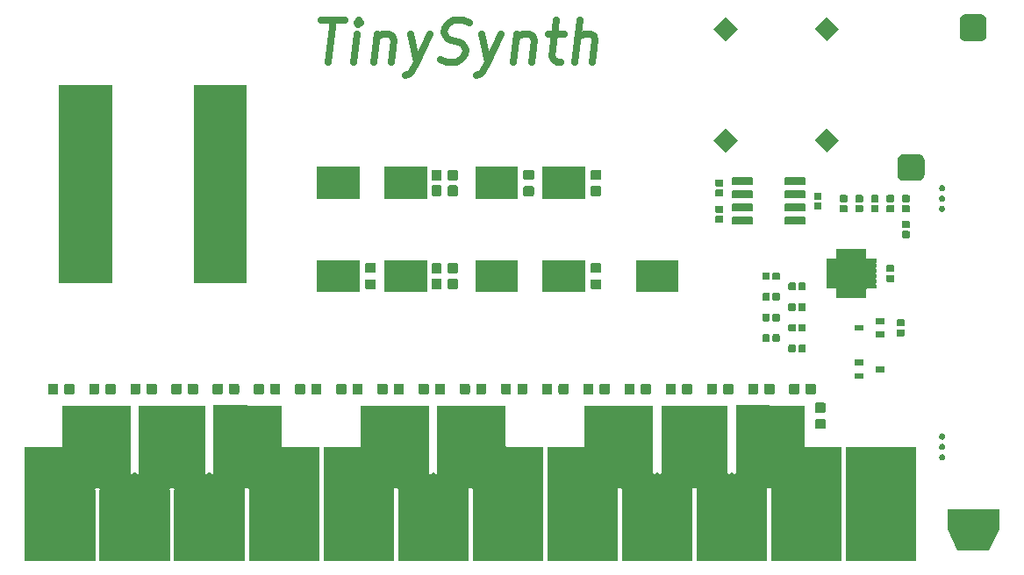
<source format=gbr>
G04 #@! TF.GenerationSoftware,KiCad,Pcbnew,(5.1.0)-1*
G04 #@! TF.CreationDate,2019-04-03T23:27:00+02:00*
G04 #@! TF.ProjectId,BusinessSynth,42757369-6e65-4737-9353-796e74682e6b,rev?*
G04 #@! TF.SameCoordinates,Original*
G04 #@! TF.FileFunction,Soldermask,Top*
G04 #@! TF.FilePolarity,Negative*
%FSLAX46Y46*%
G04 Gerber Fmt 4.6, Leading zero omitted, Abs format (unit mm)*
G04 Created by KiCad (PCBNEW (5.1.0)-1) date 2019-04-03 23:27:00*
%MOMM*%
%LPD*%
G04 APERTURE LIST*
%ADD10C,0.700000*%
%ADD11C,0.100000*%
G04 APERTURE END LIST*
D10*
X130609761Y-71809523D02*
X132895476Y-71809523D01*
X131252619Y-75809523D02*
X131752619Y-71809523D01*
X133728809Y-75809523D02*
X134062142Y-73142857D01*
X134228809Y-71809523D02*
X134014523Y-72000000D01*
X134181190Y-72190476D01*
X134395476Y-72000000D01*
X134228809Y-71809523D01*
X134181190Y-72190476D01*
X135966904Y-73142857D02*
X135633571Y-75809523D01*
X135919285Y-73523809D02*
X136133571Y-73333333D01*
X136538333Y-73142857D01*
X137109761Y-73142857D01*
X137466904Y-73333333D01*
X137609761Y-73714285D01*
X137347857Y-75809523D01*
X139205000Y-73142857D02*
X139824047Y-75809523D01*
X141109761Y-73142857D02*
X139824047Y-75809523D01*
X139324047Y-76761904D01*
X139109761Y-76952380D01*
X138705000Y-77142857D01*
X142133571Y-75619047D02*
X142681190Y-75809523D01*
X143633571Y-75809523D01*
X144038333Y-75619047D01*
X144252619Y-75428571D01*
X144490714Y-75047619D01*
X144538333Y-74666666D01*
X144395476Y-74285714D01*
X144228809Y-74095238D01*
X143871666Y-73904761D01*
X143133571Y-73714285D01*
X142776428Y-73523809D01*
X142609761Y-73333333D01*
X142466904Y-72952380D01*
X142514523Y-72571428D01*
X142752619Y-72190476D01*
X142966904Y-72000000D01*
X143371666Y-71809523D01*
X144324047Y-71809523D01*
X144871666Y-72000000D01*
X146062142Y-73142857D02*
X146681190Y-75809523D01*
X147966904Y-73142857D02*
X146681190Y-75809523D01*
X146181190Y-76761904D01*
X145966904Y-76952380D01*
X145562142Y-77142857D01*
X149490714Y-73142857D02*
X149157380Y-75809523D01*
X149443095Y-73523809D02*
X149657380Y-73333333D01*
X150062142Y-73142857D01*
X150633571Y-73142857D01*
X150990714Y-73333333D01*
X151133571Y-73714285D01*
X150871666Y-75809523D01*
X152538333Y-73142857D02*
X154062142Y-73142857D01*
X153276428Y-71809523D02*
X152847857Y-75238095D01*
X152990714Y-75619047D01*
X153347857Y-75809523D01*
X153728809Y-75809523D01*
X155062142Y-75809523D02*
X155562142Y-71809523D01*
X156776428Y-75809523D02*
X157038333Y-73714285D01*
X156895476Y-73333333D01*
X156538333Y-73142857D01*
X155966904Y-73142857D01*
X155562142Y-73333333D01*
X155347857Y-73523809D01*
D11*
G36*
X170606381Y-108975048D02*
G01*
X170606385Y-108975048D01*
X177193856Y-109024953D01*
X177193861Y-109024953D01*
X177200000Y-109025000D01*
X177200000Y-112900626D01*
X177202402Y-112925012D01*
X177209515Y-112948461D01*
X177221066Y-112970072D01*
X177236611Y-112989014D01*
X177255553Y-113004559D01*
X177277164Y-113016110D01*
X177300613Y-113023223D01*
X177324999Y-113025625D01*
X177349385Y-113023223D01*
X177372834Y-113016110D01*
X177394445Y-113004559D01*
X177398824Y-113001311D01*
X177400000Y-113000682D01*
X177400000Y-113000000D01*
X180800000Y-113000000D01*
X180800000Y-124000000D01*
X174000000Y-124000000D01*
X174000000Y-117200000D01*
X174000682Y-117200000D01*
X174002921Y-117195813D01*
X174010864Y-117183925D01*
X174020242Y-117161286D01*
X174025023Y-117137253D01*
X174025023Y-117112749D01*
X174020243Y-117088715D01*
X174010866Y-117066076D01*
X173997253Y-117045702D01*
X173979926Y-117028375D01*
X173959552Y-117014761D01*
X173936913Y-117005383D01*
X173912880Y-117000602D01*
X173900626Y-117000000D01*
X173699374Y-117000000D01*
X173674988Y-117002402D01*
X173651539Y-117009515D01*
X173629928Y-117021066D01*
X173610986Y-117036611D01*
X173595441Y-117055553D01*
X173583890Y-117077164D01*
X173576777Y-117100613D01*
X173574375Y-117124999D01*
X173576777Y-117149385D01*
X173583890Y-117172834D01*
X173595441Y-117194445D01*
X173598689Y-117198824D01*
X173599318Y-117200000D01*
X173600000Y-117200000D01*
X173600000Y-124000000D01*
X166800000Y-124000000D01*
X166800000Y-117200000D01*
X166800682Y-117200000D01*
X166802921Y-117195813D01*
X166810864Y-117183925D01*
X166820242Y-117161286D01*
X166825023Y-117137253D01*
X166825023Y-117112749D01*
X166820243Y-117088715D01*
X166810866Y-117066076D01*
X166797253Y-117045702D01*
X166779926Y-117028375D01*
X166759552Y-117014761D01*
X166736913Y-117005383D01*
X166712880Y-117000602D01*
X166700626Y-117000000D01*
X166499374Y-117000000D01*
X166474988Y-117002402D01*
X166451539Y-117009515D01*
X166429928Y-117021066D01*
X166410986Y-117036611D01*
X166395441Y-117055553D01*
X166383890Y-117077164D01*
X166376777Y-117100613D01*
X166374375Y-117124999D01*
X166376777Y-117149385D01*
X166383890Y-117172834D01*
X166395441Y-117194445D01*
X166398689Y-117198824D01*
X166399318Y-117200000D01*
X166400000Y-117200000D01*
X166400000Y-124000000D01*
X159600000Y-124000000D01*
X159600000Y-117200000D01*
X159600682Y-117200000D01*
X159602921Y-117195813D01*
X159610864Y-117183925D01*
X159620242Y-117161286D01*
X159625023Y-117137253D01*
X159625023Y-117112749D01*
X159620243Y-117088715D01*
X159610866Y-117066076D01*
X159597253Y-117045702D01*
X159579926Y-117028375D01*
X159559552Y-117014761D01*
X159536913Y-117005383D01*
X159512880Y-117000602D01*
X159500626Y-117000000D01*
X159299374Y-117000000D01*
X159274988Y-117002402D01*
X159251539Y-117009515D01*
X159229928Y-117021066D01*
X159210986Y-117036611D01*
X159195441Y-117055553D01*
X159183890Y-117077164D01*
X159176777Y-117100613D01*
X159174375Y-117124999D01*
X159176777Y-117149385D01*
X159183890Y-117172834D01*
X159195441Y-117194445D01*
X159198689Y-117198824D01*
X159199318Y-117200000D01*
X159200000Y-117200000D01*
X159200000Y-124000000D01*
X152400000Y-124000000D01*
X152400000Y-113000000D01*
X155800000Y-113000000D01*
X155800000Y-113000682D01*
X155804187Y-113002921D01*
X155816075Y-113010864D01*
X155838714Y-113020242D01*
X155862747Y-113025023D01*
X155887251Y-113025023D01*
X155911285Y-113020243D01*
X155933924Y-113010866D01*
X155954298Y-112997253D01*
X155971625Y-112979926D01*
X155985239Y-112959552D01*
X155994617Y-112936913D01*
X155999398Y-112912880D01*
X156000000Y-112900626D01*
X156000000Y-109000000D01*
X162600000Y-109000000D01*
X162600000Y-115498225D01*
X162602402Y-115522611D01*
X162609515Y-115546060D01*
X162621066Y-115567671D01*
X162636611Y-115586613D01*
X162655553Y-115602158D01*
X162677164Y-115613709D01*
X162700613Y-115620822D01*
X162724999Y-115623224D01*
X162749385Y-115620822D01*
X162772834Y-115613709D01*
X162794445Y-115602158D01*
X162813387Y-115586613D01*
X162900000Y-115500000D01*
X163100000Y-115500000D01*
X163186613Y-115586613D01*
X163205555Y-115602158D01*
X163227166Y-115613709D01*
X163250615Y-115620822D01*
X163275001Y-115623224D01*
X163299387Y-115620822D01*
X163322836Y-115613709D01*
X163344447Y-115602158D01*
X163363389Y-115586613D01*
X163378934Y-115567671D01*
X163390485Y-115546060D01*
X163397598Y-115522611D01*
X163400000Y-115498225D01*
X163400000Y-109000000D01*
X169800000Y-109000000D01*
X169800000Y-115498225D01*
X169802402Y-115522611D01*
X169809515Y-115546060D01*
X169821066Y-115567671D01*
X169836611Y-115586613D01*
X169855553Y-115602158D01*
X169877164Y-115613709D01*
X169900613Y-115620822D01*
X169924999Y-115623224D01*
X169949385Y-115620822D01*
X169972834Y-115613709D01*
X169994445Y-115602158D01*
X170013387Y-115586613D01*
X170100000Y-115500000D01*
X170300000Y-115500000D01*
X170386613Y-115586613D01*
X170405555Y-115602158D01*
X170427166Y-115613709D01*
X170450615Y-115620822D01*
X170475001Y-115623224D01*
X170499387Y-115620822D01*
X170522836Y-115613709D01*
X170544447Y-115602158D01*
X170563389Y-115586613D01*
X170578934Y-115567671D01*
X170590485Y-115546060D01*
X170597598Y-115522611D01*
X170600000Y-115498225D01*
X170600000Y-108975000D01*
X170606381Y-108975048D01*
X170606381Y-108975048D01*
G37*
G36*
X120206381Y-108975048D02*
G01*
X120206385Y-108975048D01*
X126793856Y-109024953D01*
X126793861Y-109024953D01*
X126800000Y-109025000D01*
X126800000Y-112900626D01*
X126802402Y-112925012D01*
X126809515Y-112948461D01*
X126821066Y-112970072D01*
X126836611Y-112989014D01*
X126855553Y-113004559D01*
X126877164Y-113016110D01*
X126900613Y-113023223D01*
X126924999Y-113025625D01*
X126949385Y-113023223D01*
X126972834Y-113016110D01*
X126994445Y-113004559D01*
X126998824Y-113001311D01*
X127000000Y-113000682D01*
X127000000Y-113000000D01*
X130400000Y-113000000D01*
X130400000Y-124000000D01*
X123600000Y-124000000D01*
X123600000Y-117200000D01*
X123600682Y-117200000D01*
X123602921Y-117195813D01*
X123610864Y-117183925D01*
X123620242Y-117161286D01*
X123625023Y-117137253D01*
X123625023Y-117112749D01*
X123620243Y-117088715D01*
X123610866Y-117066076D01*
X123597253Y-117045702D01*
X123579926Y-117028375D01*
X123559552Y-117014761D01*
X123536913Y-117005383D01*
X123512880Y-117000602D01*
X123500626Y-117000000D01*
X123299374Y-117000000D01*
X123274988Y-117002402D01*
X123251539Y-117009515D01*
X123229928Y-117021066D01*
X123210986Y-117036611D01*
X123195441Y-117055553D01*
X123183890Y-117077164D01*
X123176777Y-117100613D01*
X123174375Y-117124999D01*
X123176777Y-117149385D01*
X123183890Y-117172834D01*
X123195441Y-117194445D01*
X123198689Y-117198824D01*
X123199318Y-117200000D01*
X123200000Y-117200000D01*
X123200000Y-124000000D01*
X116400000Y-124000000D01*
X116400000Y-117200000D01*
X116400682Y-117200000D01*
X116402921Y-117195813D01*
X116410864Y-117183925D01*
X116420242Y-117161286D01*
X116425023Y-117137253D01*
X116425023Y-117112749D01*
X116420243Y-117088715D01*
X116410866Y-117066076D01*
X116397253Y-117045702D01*
X116379926Y-117028375D01*
X116359552Y-117014761D01*
X116336913Y-117005383D01*
X116312880Y-117000602D01*
X116300626Y-117000000D01*
X116099374Y-117000000D01*
X116074988Y-117002402D01*
X116051539Y-117009515D01*
X116029928Y-117021066D01*
X116010986Y-117036611D01*
X115995441Y-117055553D01*
X115983890Y-117077164D01*
X115976777Y-117100613D01*
X115974375Y-117124999D01*
X115976777Y-117149385D01*
X115983890Y-117172834D01*
X115995441Y-117194445D01*
X115998689Y-117198824D01*
X115999318Y-117200000D01*
X116000000Y-117200000D01*
X116000000Y-124000000D01*
X109200000Y-124000000D01*
X109200000Y-117200000D01*
X109200682Y-117200000D01*
X109202921Y-117195813D01*
X109210864Y-117183925D01*
X109220242Y-117161286D01*
X109225023Y-117137253D01*
X109225023Y-117112749D01*
X109220243Y-117088715D01*
X109210866Y-117066076D01*
X109197253Y-117045702D01*
X109179926Y-117028375D01*
X109159552Y-117014761D01*
X109136913Y-117005383D01*
X109112880Y-117000602D01*
X109100626Y-117000000D01*
X108899374Y-117000000D01*
X108874988Y-117002402D01*
X108851539Y-117009515D01*
X108829928Y-117021066D01*
X108810986Y-117036611D01*
X108795441Y-117055553D01*
X108783890Y-117077164D01*
X108776777Y-117100613D01*
X108774375Y-117124999D01*
X108776777Y-117149385D01*
X108783890Y-117172834D01*
X108795441Y-117194445D01*
X108798689Y-117198824D01*
X108799318Y-117200000D01*
X108800000Y-117200000D01*
X108800000Y-124000000D01*
X102000000Y-124000000D01*
X102000000Y-113000000D01*
X105400000Y-113000000D01*
X105400000Y-113000682D01*
X105404187Y-113002921D01*
X105416075Y-113010864D01*
X105438714Y-113020242D01*
X105462747Y-113025023D01*
X105487251Y-113025023D01*
X105511285Y-113020243D01*
X105533924Y-113010866D01*
X105554298Y-112997253D01*
X105571625Y-112979926D01*
X105585239Y-112959552D01*
X105594617Y-112936913D01*
X105599398Y-112912880D01*
X105600000Y-112900626D01*
X105600000Y-109000000D01*
X112200000Y-109000000D01*
X112200000Y-115498225D01*
X112202402Y-115522611D01*
X112209515Y-115546060D01*
X112221066Y-115567671D01*
X112236611Y-115586613D01*
X112255553Y-115602158D01*
X112277164Y-115613709D01*
X112300613Y-115620822D01*
X112324999Y-115623224D01*
X112349385Y-115620822D01*
X112372834Y-115613709D01*
X112394445Y-115602158D01*
X112413387Y-115586613D01*
X112500000Y-115500000D01*
X112700000Y-115500000D01*
X112786613Y-115586613D01*
X112805555Y-115602158D01*
X112827166Y-115613709D01*
X112850615Y-115620822D01*
X112875001Y-115623224D01*
X112899387Y-115620822D01*
X112922836Y-115613709D01*
X112944447Y-115602158D01*
X112963389Y-115586613D01*
X112978934Y-115567671D01*
X112990485Y-115546060D01*
X112997598Y-115522611D01*
X113000000Y-115498225D01*
X113000000Y-109000000D01*
X119400000Y-109000000D01*
X119400000Y-115498225D01*
X119402402Y-115522611D01*
X119409515Y-115546060D01*
X119421066Y-115567671D01*
X119436611Y-115586613D01*
X119455553Y-115602158D01*
X119477164Y-115613709D01*
X119500613Y-115620822D01*
X119524999Y-115623224D01*
X119549385Y-115620822D01*
X119572834Y-115613709D01*
X119594445Y-115602158D01*
X119613387Y-115586613D01*
X119700000Y-115500000D01*
X119900000Y-115500000D01*
X119986613Y-115586613D01*
X120005555Y-115602158D01*
X120027166Y-115613709D01*
X120050615Y-115620822D01*
X120075001Y-115623224D01*
X120099387Y-115620822D01*
X120122836Y-115613709D01*
X120144447Y-115602158D01*
X120163389Y-115586613D01*
X120178934Y-115567671D01*
X120190485Y-115546060D01*
X120197598Y-115522611D01*
X120200000Y-115498225D01*
X120200000Y-108975000D01*
X120206381Y-108975048D01*
X120206381Y-108975048D01*
G37*
G36*
X188000000Y-124000000D02*
G01*
X181200000Y-124000000D01*
X181200000Y-113000000D01*
X188000000Y-113000000D01*
X188000000Y-124000000D01*
X188000000Y-124000000D01*
G37*
G36*
X141000000Y-115498225D02*
G01*
X141002402Y-115522611D01*
X141009515Y-115546060D01*
X141021066Y-115567671D01*
X141036611Y-115586613D01*
X141055553Y-115602158D01*
X141077164Y-115613709D01*
X141100613Y-115620822D01*
X141124999Y-115623224D01*
X141149385Y-115620822D01*
X141172834Y-115613709D01*
X141194445Y-115602158D01*
X141213387Y-115586613D01*
X141300000Y-115500000D01*
X141500000Y-115500000D01*
X141586613Y-115586613D01*
X141605555Y-115602158D01*
X141627166Y-115613709D01*
X141650615Y-115620822D01*
X141675001Y-115623224D01*
X141699387Y-115620822D01*
X141722836Y-115613709D01*
X141744447Y-115602158D01*
X141763389Y-115586613D01*
X141778934Y-115567671D01*
X141790485Y-115546060D01*
X141797598Y-115522611D01*
X141800000Y-115498225D01*
X141800000Y-109000000D01*
X148400000Y-109000000D01*
X148400000Y-112900626D01*
X148402402Y-112925012D01*
X148409515Y-112948461D01*
X148421066Y-112970072D01*
X148436611Y-112989014D01*
X148455553Y-113004559D01*
X148477164Y-113016110D01*
X148500613Y-113023223D01*
X148524999Y-113025625D01*
X148549385Y-113023223D01*
X148572834Y-113016110D01*
X148594445Y-113004559D01*
X148598824Y-113001311D01*
X148600000Y-113000682D01*
X148600000Y-113000000D01*
X152000000Y-113000000D01*
X152000000Y-124000000D01*
X145200000Y-124000000D01*
X145200000Y-117200000D01*
X145200682Y-117200000D01*
X145202921Y-117195813D01*
X145210864Y-117183925D01*
X145220242Y-117161286D01*
X145225023Y-117137253D01*
X145225023Y-117112749D01*
X145220243Y-117088715D01*
X145210866Y-117066076D01*
X145197253Y-117045702D01*
X145179926Y-117028375D01*
X145159552Y-117014761D01*
X145136913Y-117005383D01*
X145112880Y-117000602D01*
X145100626Y-117000000D01*
X144899374Y-117000000D01*
X144874988Y-117002402D01*
X144851539Y-117009515D01*
X144829928Y-117021066D01*
X144810986Y-117036611D01*
X144795441Y-117055553D01*
X144783890Y-117077164D01*
X144776777Y-117100613D01*
X144774375Y-117124999D01*
X144776777Y-117149385D01*
X144783890Y-117172834D01*
X144795441Y-117194445D01*
X144798689Y-117198824D01*
X144799318Y-117200000D01*
X144800000Y-117200000D01*
X144800000Y-124000000D01*
X138000000Y-124000000D01*
X138000000Y-117200000D01*
X138000682Y-117200000D01*
X138002921Y-117195813D01*
X138010864Y-117183925D01*
X138020242Y-117161286D01*
X138025023Y-117137253D01*
X138025023Y-117112749D01*
X138020243Y-117088715D01*
X138010866Y-117066076D01*
X137997253Y-117045702D01*
X137979926Y-117028375D01*
X137959552Y-117014761D01*
X137936913Y-117005383D01*
X137912880Y-117000602D01*
X137900626Y-117000000D01*
X137699374Y-117000000D01*
X137674988Y-117002402D01*
X137651539Y-117009515D01*
X137629928Y-117021066D01*
X137610986Y-117036611D01*
X137595441Y-117055553D01*
X137583890Y-117077164D01*
X137576777Y-117100613D01*
X137574375Y-117124999D01*
X137576777Y-117149385D01*
X137583890Y-117172834D01*
X137595441Y-117194445D01*
X137598689Y-117198824D01*
X137599318Y-117200000D01*
X137600000Y-117200000D01*
X137600000Y-124000000D01*
X130800000Y-124000000D01*
X130800000Y-113000000D01*
X134200000Y-113000000D01*
X134200000Y-113000682D01*
X134204187Y-113002921D01*
X134216075Y-113010864D01*
X134238714Y-113020242D01*
X134262747Y-113025023D01*
X134287251Y-113025023D01*
X134311285Y-113020243D01*
X134333924Y-113010866D01*
X134354298Y-112997253D01*
X134371625Y-112979926D01*
X134385239Y-112959552D01*
X134394617Y-112936913D01*
X134399398Y-112912880D01*
X134400000Y-112900626D01*
X134400000Y-109000000D01*
X141000000Y-109000000D01*
X141000000Y-115498225D01*
X141000000Y-115498225D01*
G37*
G36*
X196000000Y-121000000D02*
G01*
X195000000Y-123000000D01*
X192000000Y-123000000D01*
X191000000Y-121000000D01*
X191000000Y-119000000D01*
X196000000Y-119000000D01*
X196000000Y-121000000D01*
X196000000Y-121000000D01*
G37*
G36*
X190587797Y-113710567D02*
G01*
X190642575Y-113733257D01*
X190642577Y-113733258D01*
X190691876Y-113766198D01*
X190733802Y-113808124D01*
X190766742Y-113857423D01*
X190766743Y-113857425D01*
X190789433Y-113912203D01*
X190801000Y-113970353D01*
X190801000Y-114029647D01*
X190789433Y-114087797D01*
X190766743Y-114142575D01*
X190766742Y-114142577D01*
X190733802Y-114191876D01*
X190691876Y-114233802D01*
X190642577Y-114266742D01*
X190642576Y-114266743D01*
X190642575Y-114266743D01*
X190587797Y-114289433D01*
X190529647Y-114301000D01*
X190470353Y-114301000D01*
X190412203Y-114289433D01*
X190357425Y-114266743D01*
X190357424Y-114266743D01*
X190357423Y-114266742D01*
X190308124Y-114233802D01*
X190266198Y-114191876D01*
X190233258Y-114142577D01*
X190233257Y-114142575D01*
X190210567Y-114087797D01*
X190199000Y-114029647D01*
X190199000Y-113970353D01*
X190210567Y-113912203D01*
X190233257Y-113857425D01*
X190233258Y-113857423D01*
X190266198Y-113808124D01*
X190308124Y-113766198D01*
X190357423Y-113733258D01*
X190357425Y-113733257D01*
X190412203Y-113710567D01*
X190470353Y-113699000D01*
X190529647Y-113699000D01*
X190587797Y-113710567D01*
X190587797Y-113710567D01*
G37*
G36*
X190587797Y-112710567D02*
G01*
X190642575Y-112733257D01*
X190642577Y-112733258D01*
X190691876Y-112766198D01*
X190733802Y-112808124D01*
X190766742Y-112857423D01*
X190766743Y-112857425D01*
X190789433Y-112912203D01*
X190801000Y-112970353D01*
X190801000Y-113029647D01*
X190789433Y-113087797D01*
X190766743Y-113142575D01*
X190766742Y-113142577D01*
X190733802Y-113191876D01*
X190691876Y-113233802D01*
X190642577Y-113266742D01*
X190642576Y-113266743D01*
X190642575Y-113266743D01*
X190587797Y-113289433D01*
X190529647Y-113301000D01*
X190470353Y-113301000D01*
X190412203Y-113289433D01*
X190357425Y-113266743D01*
X190357424Y-113266743D01*
X190357423Y-113266742D01*
X190308124Y-113233802D01*
X190266198Y-113191876D01*
X190233258Y-113142577D01*
X190233257Y-113142575D01*
X190210567Y-113087797D01*
X190199000Y-113029647D01*
X190199000Y-112970353D01*
X190210567Y-112912203D01*
X190233257Y-112857425D01*
X190233258Y-112857423D01*
X190266198Y-112808124D01*
X190308124Y-112766198D01*
X190357423Y-112733258D01*
X190357425Y-112733257D01*
X190412203Y-112710567D01*
X190470353Y-112699000D01*
X190529647Y-112699000D01*
X190587797Y-112710567D01*
X190587797Y-112710567D01*
G37*
G36*
X190587797Y-111710567D02*
G01*
X190642575Y-111733257D01*
X190642577Y-111733258D01*
X190691876Y-111766198D01*
X190733802Y-111808124D01*
X190766742Y-111857423D01*
X190766743Y-111857425D01*
X190789433Y-111912203D01*
X190801000Y-111970353D01*
X190801000Y-112029647D01*
X190789433Y-112087797D01*
X190766743Y-112142575D01*
X190766742Y-112142577D01*
X190733802Y-112191876D01*
X190691876Y-112233802D01*
X190642577Y-112266742D01*
X190642576Y-112266743D01*
X190642575Y-112266743D01*
X190587797Y-112289433D01*
X190529647Y-112301000D01*
X190470353Y-112301000D01*
X190412203Y-112289433D01*
X190357425Y-112266743D01*
X190357424Y-112266743D01*
X190357423Y-112266742D01*
X190308124Y-112233802D01*
X190266198Y-112191876D01*
X190233258Y-112142577D01*
X190233257Y-112142575D01*
X190210567Y-112087797D01*
X190199000Y-112029647D01*
X190199000Y-111970353D01*
X190210567Y-111912203D01*
X190233257Y-111857425D01*
X190233258Y-111857423D01*
X190266198Y-111808124D01*
X190308124Y-111766198D01*
X190357423Y-111733258D01*
X190357425Y-111733257D01*
X190412203Y-111710567D01*
X190470353Y-111699000D01*
X190529647Y-111699000D01*
X190587797Y-111710567D01*
X190587797Y-111710567D01*
G37*
G36*
X179129591Y-110303085D02*
G01*
X179163569Y-110313393D01*
X179194890Y-110330134D01*
X179222339Y-110352661D01*
X179244866Y-110380110D01*
X179261607Y-110411431D01*
X179271915Y-110445409D01*
X179276000Y-110486890D01*
X179276000Y-111088110D01*
X179271915Y-111129591D01*
X179261607Y-111163569D01*
X179244866Y-111194890D01*
X179222339Y-111222339D01*
X179194890Y-111244866D01*
X179163569Y-111261607D01*
X179129591Y-111271915D01*
X179088110Y-111276000D01*
X178411890Y-111276000D01*
X178370409Y-111271915D01*
X178336431Y-111261607D01*
X178305110Y-111244866D01*
X178277661Y-111222339D01*
X178255134Y-111194890D01*
X178238393Y-111163569D01*
X178228085Y-111129591D01*
X178224000Y-111088110D01*
X178224000Y-110486890D01*
X178228085Y-110445409D01*
X178238393Y-110411431D01*
X178255134Y-110380110D01*
X178277661Y-110352661D01*
X178305110Y-110330134D01*
X178336431Y-110313393D01*
X178370409Y-110303085D01*
X178411890Y-110299000D01*
X179088110Y-110299000D01*
X179129591Y-110303085D01*
X179129591Y-110303085D01*
G37*
G36*
X179129591Y-108728085D02*
G01*
X179163569Y-108738393D01*
X179194890Y-108755134D01*
X179222339Y-108777661D01*
X179244866Y-108805110D01*
X179261607Y-108836431D01*
X179271915Y-108870409D01*
X179276000Y-108911890D01*
X179276000Y-109513110D01*
X179271915Y-109554591D01*
X179261607Y-109588569D01*
X179244866Y-109619890D01*
X179222339Y-109647339D01*
X179194890Y-109669866D01*
X179163569Y-109686607D01*
X179129591Y-109696915D01*
X179088110Y-109701000D01*
X178411890Y-109701000D01*
X178370409Y-109696915D01*
X178336431Y-109686607D01*
X178305110Y-109669866D01*
X178277661Y-109647339D01*
X178255134Y-109619890D01*
X178238393Y-109588569D01*
X178228085Y-109554591D01*
X178224000Y-109513110D01*
X178224000Y-108911890D01*
X178228085Y-108870409D01*
X178238393Y-108836431D01*
X178255134Y-108805110D01*
X178277661Y-108777661D01*
X178305110Y-108755134D01*
X178336431Y-108738393D01*
X178370409Y-108728085D01*
X178411890Y-108724000D01*
X179088110Y-108724000D01*
X179129591Y-108728085D01*
X179129591Y-108728085D01*
G37*
G36*
X114576959Y-106878085D02*
G01*
X114610937Y-106888393D01*
X114642258Y-106905134D01*
X114669707Y-106927661D01*
X114692234Y-106955110D01*
X114708975Y-106986431D01*
X114719283Y-107020409D01*
X114723368Y-107061890D01*
X114723368Y-107738110D01*
X114719283Y-107779591D01*
X114708975Y-107813569D01*
X114692234Y-107844890D01*
X114669707Y-107872339D01*
X114642258Y-107894866D01*
X114610937Y-107911607D01*
X114576959Y-107921915D01*
X114535478Y-107926000D01*
X113934258Y-107926000D01*
X113892777Y-107921915D01*
X113858799Y-107911607D01*
X113827478Y-107894866D01*
X113800029Y-107872339D01*
X113777502Y-107844890D01*
X113760761Y-107813569D01*
X113750453Y-107779591D01*
X113746368Y-107738110D01*
X113746368Y-107061890D01*
X113750453Y-107020409D01*
X113760761Y-106986431D01*
X113777502Y-106955110D01*
X113800029Y-106927661D01*
X113827478Y-106905134D01*
X113858799Y-106888393D01*
X113892777Y-106878085D01*
X113934258Y-106874000D01*
X114535478Y-106874000D01*
X114576959Y-106878085D01*
X114576959Y-106878085D01*
G37*
G36*
X110603275Y-106878085D02*
G01*
X110637253Y-106888393D01*
X110668574Y-106905134D01*
X110696023Y-106927661D01*
X110718550Y-106955110D01*
X110735291Y-106986431D01*
X110745599Y-107020409D01*
X110749684Y-107061890D01*
X110749684Y-107738110D01*
X110745599Y-107779591D01*
X110735291Y-107813569D01*
X110718550Y-107844890D01*
X110696023Y-107872339D01*
X110668574Y-107894866D01*
X110637253Y-107911607D01*
X110603275Y-107921915D01*
X110561794Y-107926000D01*
X109960574Y-107926000D01*
X109919093Y-107921915D01*
X109885115Y-107911607D01*
X109853794Y-107894866D01*
X109826345Y-107872339D01*
X109803818Y-107844890D01*
X109787077Y-107813569D01*
X109776769Y-107779591D01*
X109772684Y-107738110D01*
X109772684Y-107061890D01*
X109776769Y-107020409D01*
X109787077Y-106986431D01*
X109803818Y-106955110D01*
X109826345Y-106927661D01*
X109853794Y-106905134D01*
X109885115Y-106888393D01*
X109919093Y-106878085D01*
X109960574Y-106874000D01*
X110561794Y-106874000D01*
X110603275Y-106878085D01*
X110603275Y-106878085D01*
G37*
G36*
X109028275Y-106878085D02*
G01*
X109062253Y-106888393D01*
X109093574Y-106905134D01*
X109121023Y-106927661D01*
X109143550Y-106955110D01*
X109160291Y-106986431D01*
X109170599Y-107020409D01*
X109174684Y-107061890D01*
X109174684Y-107738110D01*
X109170599Y-107779591D01*
X109160291Y-107813569D01*
X109143550Y-107844890D01*
X109121023Y-107872339D01*
X109093574Y-107894866D01*
X109062253Y-107911607D01*
X109028275Y-107921915D01*
X108986794Y-107926000D01*
X108385574Y-107926000D01*
X108344093Y-107921915D01*
X108310115Y-107911607D01*
X108278794Y-107894866D01*
X108251345Y-107872339D01*
X108228818Y-107844890D01*
X108212077Y-107813569D01*
X108201769Y-107779591D01*
X108197684Y-107738110D01*
X108197684Y-107061890D01*
X108201769Y-107020409D01*
X108212077Y-106986431D01*
X108228818Y-106955110D01*
X108251345Y-106927661D01*
X108278794Y-106905134D01*
X108310115Y-106888393D01*
X108344093Y-106878085D01*
X108385574Y-106874000D01*
X108986794Y-106874000D01*
X109028275Y-106878085D01*
X109028275Y-106878085D01*
G37*
G36*
X106629591Y-106878085D02*
G01*
X106663569Y-106888393D01*
X106694890Y-106905134D01*
X106722339Y-106927661D01*
X106744866Y-106955110D01*
X106761607Y-106986431D01*
X106771915Y-107020409D01*
X106776000Y-107061890D01*
X106776000Y-107738110D01*
X106771915Y-107779591D01*
X106761607Y-107813569D01*
X106744866Y-107844890D01*
X106722339Y-107872339D01*
X106694890Y-107894866D01*
X106663569Y-107911607D01*
X106629591Y-107921915D01*
X106588110Y-107926000D01*
X105986890Y-107926000D01*
X105945409Y-107921915D01*
X105911431Y-107911607D01*
X105880110Y-107894866D01*
X105852661Y-107872339D01*
X105830134Y-107844890D01*
X105813393Y-107813569D01*
X105803085Y-107779591D01*
X105799000Y-107738110D01*
X105799000Y-107061890D01*
X105803085Y-107020409D01*
X105813393Y-106986431D01*
X105830134Y-106955110D01*
X105852661Y-106927661D01*
X105880110Y-106905134D01*
X105911431Y-106888393D01*
X105945409Y-106878085D01*
X105986890Y-106874000D01*
X106588110Y-106874000D01*
X106629591Y-106878085D01*
X106629591Y-106878085D01*
G37*
G36*
X105054591Y-106878085D02*
G01*
X105088569Y-106888393D01*
X105119890Y-106905134D01*
X105147339Y-106927661D01*
X105169866Y-106955110D01*
X105186607Y-106986431D01*
X105196915Y-107020409D01*
X105201000Y-107061890D01*
X105201000Y-107738110D01*
X105196915Y-107779591D01*
X105186607Y-107813569D01*
X105169866Y-107844890D01*
X105147339Y-107872339D01*
X105119890Y-107894866D01*
X105088569Y-107911607D01*
X105054591Y-107921915D01*
X105013110Y-107926000D01*
X104411890Y-107926000D01*
X104370409Y-107921915D01*
X104336431Y-107911607D01*
X104305110Y-107894866D01*
X104277661Y-107872339D01*
X104255134Y-107844890D01*
X104238393Y-107813569D01*
X104228085Y-107779591D01*
X104224000Y-107738110D01*
X104224000Y-107061890D01*
X104228085Y-107020409D01*
X104238393Y-106986431D01*
X104255134Y-106955110D01*
X104277661Y-106927661D01*
X104305110Y-106905134D01*
X104336431Y-106888393D01*
X104370409Y-106878085D01*
X104411890Y-106874000D01*
X105013110Y-106874000D01*
X105054591Y-106878085D01*
X105054591Y-106878085D01*
G37*
G36*
X152738799Y-106878085D02*
G01*
X152772777Y-106888393D01*
X152804098Y-106905134D01*
X152831547Y-106927661D01*
X152854074Y-106955110D01*
X152870815Y-106986431D01*
X152881123Y-107020409D01*
X152885208Y-107061890D01*
X152885208Y-107738110D01*
X152881123Y-107779591D01*
X152870815Y-107813569D01*
X152854074Y-107844890D01*
X152831547Y-107872339D01*
X152804098Y-107894866D01*
X152772777Y-107911607D01*
X152738799Y-107921915D01*
X152697318Y-107926000D01*
X152096098Y-107926000D01*
X152054617Y-107921915D01*
X152020639Y-107911607D01*
X151989318Y-107894866D01*
X151961869Y-107872339D01*
X151939342Y-107844890D01*
X151922601Y-107813569D01*
X151912293Y-107779591D01*
X151908208Y-107738110D01*
X151908208Y-107061890D01*
X151912293Y-107020409D01*
X151922601Y-106986431D01*
X151939342Y-106955110D01*
X151961869Y-106927661D01*
X151989318Y-106905134D01*
X152020639Y-106888393D01*
X152054617Y-106878085D01*
X152096098Y-106874000D01*
X152697318Y-106874000D01*
X152738799Y-106878085D01*
X152738799Y-106878085D01*
G37*
G36*
X178155903Y-106878085D02*
G01*
X178189881Y-106888393D01*
X178221202Y-106905134D01*
X178248651Y-106927661D01*
X178271178Y-106955110D01*
X178287919Y-106986431D01*
X178298227Y-107020409D01*
X178302312Y-107061890D01*
X178302312Y-107738110D01*
X178298227Y-107779591D01*
X178287919Y-107813569D01*
X178271178Y-107844890D01*
X178248651Y-107872339D01*
X178221202Y-107894866D01*
X178189881Y-107911607D01*
X178155903Y-107921915D01*
X178114422Y-107926000D01*
X177513202Y-107926000D01*
X177471721Y-107921915D01*
X177437743Y-107911607D01*
X177406422Y-107894866D01*
X177378973Y-107872339D01*
X177356446Y-107844890D01*
X177339705Y-107813569D01*
X177329397Y-107779591D01*
X177325312Y-107738110D01*
X177325312Y-107061890D01*
X177329397Y-107020409D01*
X177339705Y-106986431D01*
X177356446Y-106955110D01*
X177378973Y-106927661D01*
X177406422Y-106905134D01*
X177437743Y-106888393D01*
X177471721Y-106878085D01*
X177513202Y-106874000D01*
X178114422Y-106874000D01*
X178155903Y-106878085D01*
X178155903Y-106878085D01*
G37*
G36*
X176580903Y-106878085D02*
G01*
X176614881Y-106888393D01*
X176646202Y-106905134D01*
X176673651Y-106927661D01*
X176696178Y-106955110D01*
X176712919Y-106986431D01*
X176723227Y-107020409D01*
X176727312Y-107061890D01*
X176727312Y-107738110D01*
X176723227Y-107779591D01*
X176712919Y-107813569D01*
X176696178Y-107844890D01*
X176673651Y-107872339D01*
X176646202Y-107894866D01*
X176614881Y-107911607D01*
X176580903Y-107921915D01*
X176539422Y-107926000D01*
X175938202Y-107926000D01*
X175896721Y-107921915D01*
X175862743Y-107911607D01*
X175831422Y-107894866D01*
X175803973Y-107872339D01*
X175781446Y-107844890D01*
X175764705Y-107813569D01*
X175754397Y-107779591D01*
X175750312Y-107738110D01*
X175750312Y-107061890D01*
X175754397Y-107020409D01*
X175764705Y-106986431D01*
X175781446Y-106955110D01*
X175803973Y-106927661D01*
X175831422Y-106905134D01*
X175862743Y-106888393D01*
X175896721Y-106878085D01*
X175938202Y-106874000D01*
X176539422Y-106874000D01*
X176580903Y-106878085D01*
X176580903Y-106878085D01*
G37*
G36*
X174182219Y-106878085D02*
G01*
X174216197Y-106888393D01*
X174247518Y-106905134D01*
X174274967Y-106927661D01*
X174297494Y-106955110D01*
X174314235Y-106986431D01*
X174324543Y-107020409D01*
X174328628Y-107061890D01*
X174328628Y-107738110D01*
X174324543Y-107779591D01*
X174314235Y-107813569D01*
X174297494Y-107844890D01*
X174274967Y-107872339D01*
X174247518Y-107894866D01*
X174216197Y-107911607D01*
X174182219Y-107921915D01*
X174140738Y-107926000D01*
X173539518Y-107926000D01*
X173498037Y-107921915D01*
X173464059Y-107911607D01*
X173432738Y-107894866D01*
X173405289Y-107872339D01*
X173382762Y-107844890D01*
X173366021Y-107813569D01*
X173355713Y-107779591D01*
X173351628Y-107738110D01*
X173351628Y-107061890D01*
X173355713Y-107020409D01*
X173366021Y-106986431D01*
X173382762Y-106955110D01*
X173405289Y-106927661D01*
X173432738Y-106905134D01*
X173464059Y-106888393D01*
X173498037Y-106878085D01*
X173539518Y-106874000D01*
X174140738Y-106874000D01*
X174182219Y-106878085D01*
X174182219Y-106878085D01*
G37*
G36*
X172607219Y-106878085D02*
G01*
X172641197Y-106888393D01*
X172672518Y-106905134D01*
X172699967Y-106927661D01*
X172722494Y-106955110D01*
X172739235Y-106986431D01*
X172749543Y-107020409D01*
X172753628Y-107061890D01*
X172753628Y-107738110D01*
X172749543Y-107779591D01*
X172739235Y-107813569D01*
X172722494Y-107844890D01*
X172699967Y-107872339D01*
X172672518Y-107894866D01*
X172641197Y-107911607D01*
X172607219Y-107921915D01*
X172565738Y-107926000D01*
X171964518Y-107926000D01*
X171923037Y-107921915D01*
X171889059Y-107911607D01*
X171857738Y-107894866D01*
X171830289Y-107872339D01*
X171807762Y-107844890D01*
X171791021Y-107813569D01*
X171780713Y-107779591D01*
X171776628Y-107738110D01*
X171776628Y-107061890D01*
X171780713Y-107020409D01*
X171791021Y-106986431D01*
X171807762Y-106955110D01*
X171830289Y-106927661D01*
X171857738Y-106905134D01*
X171889059Y-106888393D01*
X171923037Y-106878085D01*
X171964518Y-106874000D01*
X172565738Y-106874000D01*
X172607219Y-106878085D01*
X172607219Y-106878085D01*
G37*
G36*
X170208535Y-106878085D02*
G01*
X170242513Y-106888393D01*
X170273834Y-106905134D01*
X170301283Y-106927661D01*
X170323810Y-106955110D01*
X170340551Y-106986431D01*
X170350859Y-107020409D01*
X170354944Y-107061890D01*
X170354944Y-107738110D01*
X170350859Y-107779591D01*
X170340551Y-107813569D01*
X170323810Y-107844890D01*
X170301283Y-107872339D01*
X170273834Y-107894866D01*
X170242513Y-107911607D01*
X170208535Y-107921915D01*
X170167054Y-107926000D01*
X169565834Y-107926000D01*
X169524353Y-107921915D01*
X169490375Y-107911607D01*
X169459054Y-107894866D01*
X169431605Y-107872339D01*
X169409078Y-107844890D01*
X169392337Y-107813569D01*
X169382029Y-107779591D01*
X169377944Y-107738110D01*
X169377944Y-107061890D01*
X169382029Y-107020409D01*
X169392337Y-106986431D01*
X169409078Y-106955110D01*
X169431605Y-106927661D01*
X169459054Y-106905134D01*
X169490375Y-106888393D01*
X169524353Y-106878085D01*
X169565834Y-106874000D01*
X170167054Y-106874000D01*
X170208535Y-106878085D01*
X170208535Y-106878085D01*
G37*
G36*
X168633535Y-106878085D02*
G01*
X168667513Y-106888393D01*
X168698834Y-106905134D01*
X168726283Y-106927661D01*
X168748810Y-106955110D01*
X168765551Y-106986431D01*
X168775859Y-107020409D01*
X168779944Y-107061890D01*
X168779944Y-107738110D01*
X168775859Y-107779591D01*
X168765551Y-107813569D01*
X168748810Y-107844890D01*
X168726283Y-107872339D01*
X168698834Y-107894866D01*
X168667513Y-107911607D01*
X168633535Y-107921915D01*
X168592054Y-107926000D01*
X167990834Y-107926000D01*
X167949353Y-107921915D01*
X167915375Y-107911607D01*
X167884054Y-107894866D01*
X167856605Y-107872339D01*
X167834078Y-107844890D01*
X167817337Y-107813569D01*
X167807029Y-107779591D01*
X167802944Y-107738110D01*
X167802944Y-107061890D01*
X167807029Y-107020409D01*
X167817337Y-106986431D01*
X167834078Y-106955110D01*
X167856605Y-106927661D01*
X167884054Y-106905134D01*
X167915375Y-106888393D01*
X167949353Y-106878085D01*
X167990834Y-106874000D01*
X168592054Y-106874000D01*
X168633535Y-106878085D01*
X168633535Y-106878085D01*
G37*
G36*
X166234851Y-106878085D02*
G01*
X166268829Y-106888393D01*
X166300150Y-106905134D01*
X166327599Y-106927661D01*
X166350126Y-106955110D01*
X166366867Y-106986431D01*
X166377175Y-107020409D01*
X166381260Y-107061890D01*
X166381260Y-107738110D01*
X166377175Y-107779591D01*
X166366867Y-107813569D01*
X166350126Y-107844890D01*
X166327599Y-107872339D01*
X166300150Y-107894866D01*
X166268829Y-107911607D01*
X166234851Y-107921915D01*
X166193370Y-107926000D01*
X165592150Y-107926000D01*
X165550669Y-107921915D01*
X165516691Y-107911607D01*
X165485370Y-107894866D01*
X165457921Y-107872339D01*
X165435394Y-107844890D01*
X165418653Y-107813569D01*
X165408345Y-107779591D01*
X165404260Y-107738110D01*
X165404260Y-107061890D01*
X165408345Y-107020409D01*
X165418653Y-106986431D01*
X165435394Y-106955110D01*
X165457921Y-106927661D01*
X165485370Y-106905134D01*
X165516691Y-106888393D01*
X165550669Y-106878085D01*
X165592150Y-106874000D01*
X166193370Y-106874000D01*
X166234851Y-106878085D01*
X166234851Y-106878085D01*
G37*
G36*
X164659851Y-106878085D02*
G01*
X164693829Y-106888393D01*
X164725150Y-106905134D01*
X164752599Y-106927661D01*
X164775126Y-106955110D01*
X164791867Y-106986431D01*
X164802175Y-107020409D01*
X164806260Y-107061890D01*
X164806260Y-107738110D01*
X164802175Y-107779591D01*
X164791867Y-107813569D01*
X164775126Y-107844890D01*
X164752599Y-107872339D01*
X164725150Y-107894866D01*
X164693829Y-107911607D01*
X164659851Y-107921915D01*
X164618370Y-107926000D01*
X164017150Y-107926000D01*
X163975669Y-107921915D01*
X163941691Y-107911607D01*
X163910370Y-107894866D01*
X163882921Y-107872339D01*
X163860394Y-107844890D01*
X163843653Y-107813569D01*
X163833345Y-107779591D01*
X163829260Y-107738110D01*
X163829260Y-107061890D01*
X163833345Y-107020409D01*
X163843653Y-106986431D01*
X163860394Y-106955110D01*
X163882921Y-106927661D01*
X163910370Y-106905134D01*
X163941691Y-106888393D01*
X163975669Y-106878085D01*
X164017150Y-106874000D01*
X164618370Y-106874000D01*
X164659851Y-106878085D01*
X164659851Y-106878085D01*
G37*
G36*
X162261167Y-106878085D02*
G01*
X162295145Y-106888393D01*
X162326466Y-106905134D01*
X162353915Y-106927661D01*
X162376442Y-106955110D01*
X162393183Y-106986431D01*
X162403491Y-107020409D01*
X162407576Y-107061890D01*
X162407576Y-107738110D01*
X162403491Y-107779591D01*
X162393183Y-107813569D01*
X162376442Y-107844890D01*
X162353915Y-107872339D01*
X162326466Y-107894866D01*
X162295145Y-107911607D01*
X162261167Y-107921915D01*
X162219686Y-107926000D01*
X161618466Y-107926000D01*
X161576985Y-107921915D01*
X161543007Y-107911607D01*
X161511686Y-107894866D01*
X161484237Y-107872339D01*
X161461710Y-107844890D01*
X161444969Y-107813569D01*
X161434661Y-107779591D01*
X161430576Y-107738110D01*
X161430576Y-107061890D01*
X161434661Y-107020409D01*
X161444969Y-106986431D01*
X161461710Y-106955110D01*
X161484237Y-106927661D01*
X161511686Y-106905134D01*
X161543007Y-106888393D01*
X161576985Y-106878085D01*
X161618466Y-106874000D01*
X162219686Y-106874000D01*
X162261167Y-106878085D01*
X162261167Y-106878085D01*
G37*
G36*
X160686167Y-106878085D02*
G01*
X160720145Y-106888393D01*
X160751466Y-106905134D01*
X160778915Y-106927661D01*
X160801442Y-106955110D01*
X160818183Y-106986431D01*
X160828491Y-107020409D01*
X160832576Y-107061890D01*
X160832576Y-107738110D01*
X160828491Y-107779591D01*
X160818183Y-107813569D01*
X160801442Y-107844890D01*
X160778915Y-107872339D01*
X160751466Y-107894866D01*
X160720145Y-107911607D01*
X160686167Y-107921915D01*
X160644686Y-107926000D01*
X160043466Y-107926000D01*
X160001985Y-107921915D01*
X159968007Y-107911607D01*
X159936686Y-107894866D01*
X159909237Y-107872339D01*
X159886710Y-107844890D01*
X159869969Y-107813569D01*
X159859661Y-107779591D01*
X159855576Y-107738110D01*
X159855576Y-107061890D01*
X159859661Y-107020409D01*
X159869969Y-106986431D01*
X159886710Y-106955110D01*
X159909237Y-106927661D01*
X159936686Y-106905134D01*
X159968007Y-106888393D01*
X160001985Y-106878085D01*
X160043466Y-106874000D01*
X160644686Y-106874000D01*
X160686167Y-106878085D01*
X160686167Y-106878085D01*
G37*
G36*
X158287483Y-106878085D02*
G01*
X158321461Y-106888393D01*
X158352782Y-106905134D01*
X158380231Y-106927661D01*
X158402758Y-106955110D01*
X158419499Y-106986431D01*
X158429807Y-107020409D01*
X158433892Y-107061890D01*
X158433892Y-107738110D01*
X158429807Y-107779591D01*
X158419499Y-107813569D01*
X158402758Y-107844890D01*
X158380231Y-107872339D01*
X158352782Y-107894866D01*
X158321461Y-107911607D01*
X158287483Y-107921915D01*
X158246002Y-107926000D01*
X157644782Y-107926000D01*
X157603301Y-107921915D01*
X157569323Y-107911607D01*
X157538002Y-107894866D01*
X157510553Y-107872339D01*
X157488026Y-107844890D01*
X157471285Y-107813569D01*
X157460977Y-107779591D01*
X157456892Y-107738110D01*
X157456892Y-107061890D01*
X157460977Y-107020409D01*
X157471285Y-106986431D01*
X157488026Y-106955110D01*
X157510553Y-106927661D01*
X157538002Y-106905134D01*
X157569323Y-106888393D01*
X157603301Y-106878085D01*
X157644782Y-106874000D01*
X158246002Y-106874000D01*
X158287483Y-106878085D01*
X158287483Y-106878085D01*
G37*
G36*
X156712483Y-106878085D02*
G01*
X156746461Y-106888393D01*
X156777782Y-106905134D01*
X156805231Y-106927661D01*
X156827758Y-106955110D01*
X156844499Y-106986431D01*
X156854807Y-107020409D01*
X156858892Y-107061890D01*
X156858892Y-107738110D01*
X156854807Y-107779591D01*
X156844499Y-107813569D01*
X156827758Y-107844890D01*
X156805231Y-107872339D01*
X156777782Y-107894866D01*
X156746461Y-107911607D01*
X156712483Y-107921915D01*
X156671002Y-107926000D01*
X156069782Y-107926000D01*
X156028301Y-107921915D01*
X155994323Y-107911607D01*
X155963002Y-107894866D01*
X155935553Y-107872339D01*
X155913026Y-107844890D01*
X155896285Y-107813569D01*
X155885977Y-107779591D01*
X155881892Y-107738110D01*
X155881892Y-107061890D01*
X155885977Y-107020409D01*
X155896285Y-106986431D01*
X155913026Y-106955110D01*
X155935553Y-106927661D01*
X155963002Y-106905134D01*
X155994323Y-106888393D01*
X156028301Y-106878085D01*
X156069782Y-106874000D01*
X156671002Y-106874000D01*
X156712483Y-106878085D01*
X156712483Y-106878085D01*
G37*
G36*
X154313799Y-106878085D02*
G01*
X154347777Y-106888393D01*
X154379098Y-106905134D01*
X154406547Y-106927661D01*
X154429074Y-106955110D01*
X154445815Y-106986431D01*
X154456123Y-107020409D01*
X154460208Y-107061890D01*
X154460208Y-107738110D01*
X154456123Y-107779591D01*
X154445815Y-107813569D01*
X154429074Y-107844890D01*
X154406547Y-107872339D01*
X154379098Y-107894866D01*
X154347777Y-107911607D01*
X154313799Y-107921915D01*
X154272318Y-107926000D01*
X153671098Y-107926000D01*
X153629617Y-107921915D01*
X153595639Y-107911607D01*
X153564318Y-107894866D01*
X153536869Y-107872339D01*
X153514342Y-107844890D01*
X153497601Y-107813569D01*
X153487293Y-107779591D01*
X153483208Y-107738110D01*
X153483208Y-107061890D01*
X153487293Y-107020409D01*
X153497601Y-106986431D01*
X153514342Y-106955110D01*
X153536869Y-106927661D01*
X153564318Y-106905134D01*
X153595639Y-106888393D01*
X153629617Y-106878085D01*
X153671098Y-106874000D01*
X154272318Y-106874000D01*
X154313799Y-106878085D01*
X154313799Y-106878085D01*
G37*
G36*
X116975643Y-106878085D02*
G01*
X117009621Y-106888393D01*
X117040942Y-106905134D01*
X117068391Y-106927661D01*
X117090918Y-106955110D01*
X117107659Y-106986431D01*
X117117967Y-107020409D01*
X117122052Y-107061890D01*
X117122052Y-107738110D01*
X117117967Y-107779591D01*
X117107659Y-107813569D01*
X117090918Y-107844890D01*
X117068391Y-107872339D01*
X117040942Y-107894866D01*
X117009621Y-107911607D01*
X116975643Y-107921915D01*
X116934162Y-107926000D01*
X116332942Y-107926000D01*
X116291461Y-107921915D01*
X116257483Y-107911607D01*
X116226162Y-107894866D01*
X116198713Y-107872339D01*
X116176186Y-107844890D01*
X116159445Y-107813569D01*
X116149137Y-107779591D01*
X116145052Y-107738110D01*
X116145052Y-107061890D01*
X116149137Y-107020409D01*
X116159445Y-106986431D01*
X116176186Y-106955110D01*
X116198713Y-106927661D01*
X116226162Y-106905134D01*
X116257483Y-106888393D01*
X116291461Y-106878085D01*
X116332942Y-106874000D01*
X116934162Y-106874000D01*
X116975643Y-106878085D01*
X116975643Y-106878085D01*
G37*
G36*
X150340115Y-106878085D02*
G01*
X150374093Y-106888393D01*
X150405414Y-106905134D01*
X150432863Y-106927661D01*
X150455390Y-106955110D01*
X150472131Y-106986431D01*
X150482439Y-107020409D01*
X150486524Y-107061890D01*
X150486524Y-107738110D01*
X150482439Y-107779591D01*
X150472131Y-107813569D01*
X150455390Y-107844890D01*
X150432863Y-107872339D01*
X150405414Y-107894866D01*
X150374093Y-107911607D01*
X150340115Y-107921915D01*
X150298634Y-107926000D01*
X149697414Y-107926000D01*
X149655933Y-107921915D01*
X149621955Y-107911607D01*
X149590634Y-107894866D01*
X149563185Y-107872339D01*
X149540658Y-107844890D01*
X149523917Y-107813569D01*
X149513609Y-107779591D01*
X149509524Y-107738110D01*
X149509524Y-107061890D01*
X149513609Y-107020409D01*
X149523917Y-106986431D01*
X149540658Y-106955110D01*
X149563185Y-106927661D01*
X149590634Y-106905134D01*
X149621955Y-106888393D01*
X149655933Y-106878085D01*
X149697414Y-106874000D01*
X150298634Y-106874000D01*
X150340115Y-106878085D01*
X150340115Y-106878085D01*
G37*
G36*
X126498011Y-106878085D02*
G01*
X126531989Y-106888393D01*
X126563310Y-106905134D01*
X126590759Y-106927661D01*
X126613286Y-106955110D01*
X126630027Y-106986431D01*
X126640335Y-107020409D01*
X126644420Y-107061890D01*
X126644420Y-107738110D01*
X126640335Y-107779591D01*
X126630027Y-107813569D01*
X126613286Y-107844890D01*
X126590759Y-107872339D01*
X126563310Y-107894866D01*
X126531989Y-107911607D01*
X126498011Y-107921915D01*
X126456530Y-107926000D01*
X125855310Y-107926000D01*
X125813829Y-107921915D01*
X125779851Y-107911607D01*
X125748530Y-107894866D01*
X125721081Y-107872339D01*
X125698554Y-107844890D01*
X125681813Y-107813569D01*
X125671505Y-107779591D01*
X125667420Y-107738110D01*
X125667420Y-107061890D01*
X125671505Y-107020409D01*
X125681813Y-106986431D01*
X125698554Y-106955110D01*
X125721081Y-106927661D01*
X125748530Y-106905134D01*
X125779851Y-106888393D01*
X125813829Y-106878085D01*
X125855310Y-106874000D01*
X126456530Y-106874000D01*
X126498011Y-106878085D01*
X126498011Y-106878085D01*
G37*
G36*
X128896695Y-106878085D02*
G01*
X128930673Y-106888393D01*
X128961994Y-106905134D01*
X128989443Y-106927661D01*
X129011970Y-106955110D01*
X129028711Y-106986431D01*
X129039019Y-107020409D01*
X129043104Y-107061890D01*
X129043104Y-107738110D01*
X129039019Y-107779591D01*
X129028711Y-107813569D01*
X129011970Y-107844890D01*
X128989443Y-107872339D01*
X128961994Y-107894866D01*
X128930673Y-107911607D01*
X128896695Y-107921915D01*
X128855214Y-107926000D01*
X128253994Y-107926000D01*
X128212513Y-107921915D01*
X128178535Y-107911607D01*
X128147214Y-107894866D01*
X128119765Y-107872339D01*
X128097238Y-107844890D01*
X128080497Y-107813569D01*
X128070189Y-107779591D01*
X128066104Y-107738110D01*
X128066104Y-107061890D01*
X128070189Y-107020409D01*
X128080497Y-106986431D01*
X128097238Y-106955110D01*
X128119765Y-106927661D01*
X128147214Y-106905134D01*
X128178535Y-106888393D01*
X128212513Y-106878085D01*
X128253994Y-106874000D01*
X128855214Y-106874000D01*
X128896695Y-106878085D01*
X128896695Y-106878085D01*
G37*
G36*
X130471695Y-106878085D02*
G01*
X130505673Y-106888393D01*
X130536994Y-106905134D01*
X130564443Y-106927661D01*
X130586970Y-106955110D01*
X130603711Y-106986431D01*
X130614019Y-107020409D01*
X130618104Y-107061890D01*
X130618104Y-107738110D01*
X130614019Y-107779591D01*
X130603711Y-107813569D01*
X130586970Y-107844890D01*
X130564443Y-107872339D01*
X130536994Y-107894866D01*
X130505673Y-107911607D01*
X130471695Y-107921915D01*
X130430214Y-107926000D01*
X129828994Y-107926000D01*
X129787513Y-107921915D01*
X129753535Y-107911607D01*
X129722214Y-107894866D01*
X129694765Y-107872339D01*
X129672238Y-107844890D01*
X129655497Y-107813569D01*
X129645189Y-107779591D01*
X129641104Y-107738110D01*
X129641104Y-107061890D01*
X129645189Y-107020409D01*
X129655497Y-106986431D01*
X129672238Y-106955110D01*
X129694765Y-106927661D01*
X129722214Y-106905134D01*
X129753535Y-106888393D01*
X129787513Y-106878085D01*
X129828994Y-106874000D01*
X130430214Y-106874000D01*
X130471695Y-106878085D01*
X130471695Y-106878085D01*
G37*
G36*
X132870379Y-106878085D02*
G01*
X132904357Y-106888393D01*
X132935678Y-106905134D01*
X132963127Y-106927661D01*
X132985654Y-106955110D01*
X133002395Y-106986431D01*
X133012703Y-107020409D01*
X133016788Y-107061890D01*
X133016788Y-107738110D01*
X133012703Y-107779591D01*
X133002395Y-107813569D01*
X132985654Y-107844890D01*
X132963127Y-107872339D01*
X132935678Y-107894866D01*
X132904357Y-107911607D01*
X132870379Y-107921915D01*
X132828898Y-107926000D01*
X132227678Y-107926000D01*
X132186197Y-107921915D01*
X132152219Y-107911607D01*
X132120898Y-107894866D01*
X132093449Y-107872339D01*
X132070922Y-107844890D01*
X132054181Y-107813569D01*
X132043873Y-107779591D01*
X132039788Y-107738110D01*
X132039788Y-107061890D01*
X132043873Y-107020409D01*
X132054181Y-106986431D01*
X132070922Y-106955110D01*
X132093449Y-106927661D01*
X132120898Y-106905134D01*
X132152219Y-106888393D01*
X132186197Y-106878085D01*
X132227678Y-106874000D01*
X132828898Y-106874000D01*
X132870379Y-106878085D01*
X132870379Y-106878085D01*
G37*
G36*
X134445379Y-106878085D02*
G01*
X134479357Y-106888393D01*
X134510678Y-106905134D01*
X134538127Y-106927661D01*
X134560654Y-106955110D01*
X134577395Y-106986431D01*
X134587703Y-107020409D01*
X134591788Y-107061890D01*
X134591788Y-107738110D01*
X134587703Y-107779591D01*
X134577395Y-107813569D01*
X134560654Y-107844890D01*
X134538127Y-107872339D01*
X134510678Y-107894866D01*
X134479357Y-107911607D01*
X134445379Y-107921915D01*
X134403898Y-107926000D01*
X133802678Y-107926000D01*
X133761197Y-107921915D01*
X133727219Y-107911607D01*
X133695898Y-107894866D01*
X133668449Y-107872339D01*
X133645922Y-107844890D01*
X133629181Y-107813569D01*
X133618873Y-107779591D01*
X133614788Y-107738110D01*
X133614788Y-107061890D01*
X133618873Y-107020409D01*
X133629181Y-106986431D01*
X133645922Y-106955110D01*
X133668449Y-106927661D01*
X133695898Y-106905134D01*
X133727219Y-106888393D01*
X133761197Y-106878085D01*
X133802678Y-106874000D01*
X134403898Y-106874000D01*
X134445379Y-106878085D01*
X134445379Y-106878085D01*
G37*
G36*
X136844063Y-106878085D02*
G01*
X136878041Y-106888393D01*
X136909362Y-106905134D01*
X136936811Y-106927661D01*
X136959338Y-106955110D01*
X136976079Y-106986431D01*
X136986387Y-107020409D01*
X136990472Y-107061890D01*
X136990472Y-107738110D01*
X136986387Y-107779591D01*
X136976079Y-107813569D01*
X136959338Y-107844890D01*
X136936811Y-107872339D01*
X136909362Y-107894866D01*
X136878041Y-107911607D01*
X136844063Y-107921915D01*
X136802582Y-107926000D01*
X136201362Y-107926000D01*
X136159881Y-107921915D01*
X136125903Y-107911607D01*
X136094582Y-107894866D01*
X136067133Y-107872339D01*
X136044606Y-107844890D01*
X136027865Y-107813569D01*
X136017557Y-107779591D01*
X136013472Y-107738110D01*
X136013472Y-107061890D01*
X136017557Y-107020409D01*
X136027865Y-106986431D01*
X136044606Y-106955110D01*
X136067133Y-106927661D01*
X136094582Y-106905134D01*
X136125903Y-106888393D01*
X136159881Y-106878085D01*
X136201362Y-106874000D01*
X136802582Y-106874000D01*
X136844063Y-106878085D01*
X136844063Y-106878085D01*
G37*
G36*
X138419063Y-106878085D02*
G01*
X138453041Y-106888393D01*
X138484362Y-106905134D01*
X138511811Y-106927661D01*
X138534338Y-106955110D01*
X138551079Y-106986431D01*
X138561387Y-107020409D01*
X138565472Y-107061890D01*
X138565472Y-107738110D01*
X138561387Y-107779591D01*
X138551079Y-107813569D01*
X138534338Y-107844890D01*
X138511811Y-107872339D01*
X138484362Y-107894866D01*
X138453041Y-107911607D01*
X138419063Y-107921915D01*
X138377582Y-107926000D01*
X137776362Y-107926000D01*
X137734881Y-107921915D01*
X137700903Y-107911607D01*
X137669582Y-107894866D01*
X137642133Y-107872339D01*
X137619606Y-107844890D01*
X137602865Y-107813569D01*
X137592557Y-107779591D01*
X137588472Y-107738110D01*
X137588472Y-107061890D01*
X137592557Y-107020409D01*
X137602865Y-106986431D01*
X137619606Y-106955110D01*
X137642133Y-106927661D01*
X137669582Y-106905134D01*
X137700903Y-106888393D01*
X137734881Y-106878085D01*
X137776362Y-106874000D01*
X138377582Y-106874000D01*
X138419063Y-106878085D01*
X138419063Y-106878085D01*
G37*
G36*
X140817747Y-106878085D02*
G01*
X140851725Y-106888393D01*
X140883046Y-106905134D01*
X140910495Y-106927661D01*
X140933022Y-106955110D01*
X140949763Y-106986431D01*
X140960071Y-107020409D01*
X140964156Y-107061890D01*
X140964156Y-107738110D01*
X140960071Y-107779591D01*
X140949763Y-107813569D01*
X140933022Y-107844890D01*
X140910495Y-107872339D01*
X140883046Y-107894866D01*
X140851725Y-107911607D01*
X140817747Y-107921915D01*
X140776266Y-107926000D01*
X140175046Y-107926000D01*
X140133565Y-107921915D01*
X140099587Y-107911607D01*
X140068266Y-107894866D01*
X140040817Y-107872339D01*
X140018290Y-107844890D01*
X140001549Y-107813569D01*
X139991241Y-107779591D01*
X139987156Y-107738110D01*
X139987156Y-107061890D01*
X139991241Y-107020409D01*
X140001549Y-106986431D01*
X140018290Y-106955110D01*
X140040817Y-106927661D01*
X140068266Y-106905134D01*
X140099587Y-106888393D01*
X140133565Y-106878085D01*
X140175046Y-106874000D01*
X140776266Y-106874000D01*
X140817747Y-106878085D01*
X140817747Y-106878085D01*
G37*
G36*
X144791431Y-106878085D02*
G01*
X144825409Y-106888393D01*
X144856730Y-106905134D01*
X144884179Y-106927661D01*
X144906706Y-106955110D01*
X144923447Y-106986431D01*
X144933755Y-107020409D01*
X144937840Y-107061890D01*
X144937840Y-107738110D01*
X144933755Y-107779591D01*
X144923447Y-107813569D01*
X144906706Y-107844890D01*
X144884179Y-107872339D01*
X144856730Y-107894866D01*
X144825409Y-107911607D01*
X144791431Y-107921915D01*
X144749950Y-107926000D01*
X144148730Y-107926000D01*
X144107249Y-107921915D01*
X144073271Y-107911607D01*
X144041950Y-107894866D01*
X144014501Y-107872339D01*
X143991974Y-107844890D01*
X143975233Y-107813569D01*
X143964925Y-107779591D01*
X143960840Y-107738110D01*
X143960840Y-107061890D01*
X143964925Y-107020409D01*
X143975233Y-106986431D01*
X143991974Y-106955110D01*
X144014501Y-106927661D01*
X144041950Y-106905134D01*
X144073271Y-106888393D01*
X144107249Y-106878085D01*
X144148730Y-106874000D01*
X144749950Y-106874000D01*
X144791431Y-106878085D01*
X144791431Y-106878085D01*
G37*
G36*
X146366431Y-106878085D02*
G01*
X146400409Y-106888393D01*
X146431730Y-106905134D01*
X146459179Y-106927661D01*
X146481706Y-106955110D01*
X146498447Y-106986431D01*
X146508755Y-107020409D01*
X146512840Y-107061890D01*
X146512840Y-107738110D01*
X146508755Y-107779591D01*
X146498447Y-107813569D01*
X146481706Y-107844890D01*
X146459179Y-107872339D01*
X146431730Y-107894866D01*
X146400409Y-107911607D01*
X146366431Y-107921915D01*
X146324950Y-107926000D01*
X145723730Y-107926000D01*
X145682249Y-107921915D01*
X145648271Y-107911607D01*
X145616950Y-107894866D01*
X145589501Y-107872339D01*
X145566974Y-107844890D01*
X145550233Y-107813569D01*
X145539925Y-107779591D01*
X145535840Y-107738110D01*
X145535840Y-107061890D01*
X145539925Y-107020409D01*
X145550233Y-106986431D01*
X145566974Y-106955110D01*
X145589501Y-106927661D01*
X145616950Y-106905134D01*
X145648271Y-106888393D01*
X145682249Y-106878085D01*
X145723730Y-106874000D01*
X146324950Y-106874000D01*
X146366431Y-106878085D01*
X146366431Y-106878085D01*
G37*
G36*
X148765115Y-106878085D02*
G01*
X148799093Y-106888393D01*
X148830414Y-106905134D01*
X148857863Y-106927661D01*
X148880390Y-106955110D01*
X148897131Y-106986431D01*
X148907439Y-107020409D01*
X148911524Y-107061890D01*
X148911524Y-107738110D01*
X148907439Y-107779591D01*
X148897131Y-107813569D01*
X148880390Y-107844890D01*
X148857863Y-107872339D01*
X148830414Y-107894866D01*
X148799093Y-107911607D01*
X148765115Y-107921915D01*
X148723634Y-107926000D01*
X148122414Y-107926000D01*
X148080933Y-107921915D01*
X148046955Y-107911607D01*
X148015634Y-107894866D01*
X147988185Y-107872339D01*
X147965658Y-107844890D01*
X147948917Y-107813569D01*
X147938609Y-107779591D01*
X147934524Y-107738110D01*
X147934524Y-107061890D01*
X147938609Y-107020409D01*
X147948917Y-106986431D01*
X147965658Y-106955110D01*
X147988185Y-106927661D01*
X148015634Y-106905134D01*
X148046955Y-106888393D01*
X148080933Y-106878085D01*
X148122414Y-106874000D01*
X148723634Y-106874000D01*
X148765115Y-106878085D01*
X148765115Y-106878085D01*
G37*
G36*
X124923011Y-106878085D02*
G01*
X124956989Y-106888393D01*
X124988310Y-106905134D01*
X125015759Y-106927661D01*
X125038286Y-106955110D01*
X125055027Y-106986431D01*
X125065335Y-107020409D01*
X125069420Y-107061890D01*
X125069420Y-107738110D01*
X125065335Y-107779591D01*
X125055027Y-107813569D01*
X125038286Y-107844890D01*
X125015759Y-107872339D01*
X124988310Y-107894866D01*
X124956989Y-107911607D01*
X124923011Y-107921915D01*
X124881530Y-107926000D01*
X124280310Y-107926000D01*
X124238829Y-107921915D01*
X124204851Y-107911607D01*
X124173530Y-107894866D01*
X124146081Y-107872339D01*
X124123554Y-107844890D01*
X124106813Y-107813569D01*
X124096505Y-107779591D01*
X124092420Y-107738110D01*
X124092420Y-107061890D01*
X124096505Y-107020409D01*
X124106813Y-106986431D01*
X124123554Y-106955110D01*
X124146081Y-106927661D01*
X124173530Y-106905134D01*
X124204851Y-106888393D01*
X124238829Y-106878085D01*
X124280310Y-106874000D01*
X124881530Y-106874000D01*
X124923011Y-106878085D01*
X124923011Y-106878085D01*
G37*
G36*
X122524327Y-106878085D02*
G01*
X122558305Y-106888393D01*
X122589626Y-106905134D01*
X122617075Y-106927661D01*
X122639602Y-106955110D01*
X122656343Y-106986431D01*
X122666651Y-107020409D01*
X122670736Y-107061890D01*
X122670736Y-107738110D01*
X122666651Y-107779591D01*
X122656343Y-107813569D01*
X122639602Y-107844890D01*
X122617075Y-107872339D01*
X122589626Y-107894866D01*
X122558305Y-107911607D01*
X122524327Y-107921915D01*
X122482846Y-107926000D01*
X121881626Y-107926000D01*
X121840145Y-107921915D01*
X121806167Y-107911607D01*
X121774846Y-107894866D01*
X121747397Y-107872339D01*
X121724870Y-107844890D01*
X121708129Y-107813569D01*
X121697821Y-107779591D01*
X121693736Y-107738110D01*
X121693736Y-107061890D01*
X121697821Y-107020409D01*
X121708129Y-106986431D01*
X121724870Y-106955110D01*
X121747397Y-106927661D01*
X121774846Y-106905134D01*
X121806167Y-106888393D01*
X121840145Y-106878085D01*
X121881626Y-106874000D01*
X122482846Y-106874000D01*
X122524327Y-106878085D01*
X122524327Y-106878085D01*
G37*
G36*
X120949327Y-106878085D02*
G01*
X120983305Y-106888393D01*
X121014626Y-106905134D01*
X121042075Y-106927661D01*
X121064602Y-106955110D01*
X121081343Y-106986431D01*
X121091651Y-107020409D01*
X121095736Y-107061890D01*
X121095736Y-107738110D01*
X121091651Y-107779591D01*
X121081343Y-107813569D01*
X121064602Y-107844890D01*
X121042075Y-107872339D01*
X121014626Y-107894866D01*
X120983305Y-107911607D01*
X120949327Y-107921915D01*
X120907846Y-107926000D01*
X120306626Y-107926000D01*
X120265145Y-107921915D01*
X120231167Y-107911607D01*
X120199846Y-107894866D01*
X120172397Y-107872339D01*
X120149870Y-107844890D01*
X120133129Y-107813569D01*
X120122821Y-107779591D01*
X120118736Y-107738110D01*
X120118736Y-107061890D01*
X120122821Y-107020409D01*
X120133129Y-106986431D01*
X120149870Y-106955110D01*
X120172397Y-106927661D01*
X120199846Y-106905134D01*
X120231167Y-106888393D01*
X120265145Y-106878085D01*
X120306626Y-106874000D01*
X120907846Y-106874000D01*
X120949327Y-106878085D01*
X120949327Y-106878085D01*
G37*
G36*
X118550643Y-106878085D02*
G01*
X118584621Y-106888393D01*
X118615942Y-106905134D01*
X118643391Y-106927661D01*
X118665918Y-106955110D01*
X118682659Y-106986431D01*
X118692967Y-107020409D01*
X118697052Y-107061890D01*
X118697052Y-107738110D01*
X118692967Y-107779591D01*
X118682659Y-107813569D01*
X118665918Y-107844890D01*
X118643391Y-107872339D01*
X118615942Y-107894866D01*
X118584621Y-107911607D01*
X118550643Y-107921915D01*
X118509162Y-107926000D01*
X117907942Y-107926000D01*
X117866461Y-107921915D01*
X117832483Y-107911607D01*
X117801162Y-107894866D01*
X117773713Y-107872339D01*
X117751186Y-107844890D01*
X117734445Y-107813569D01*
X117724137Y-107779591D01*
X117720052Y-107738110D01*
X117720052Y-107061890D01*
X117724137Y-107020409D01*
X117734445Y-106986431D01*
X117751186Y-106955110D01*
X117773713Y-106927661D01*
X117801162Y-106905134D01*
X117832483Y-106888393D01*
X117866461Y-106878085D01*
X117907942Y-106874000D01*
X118509162Y-106874000D01*
X118550643Y-106878085D01*
X118550643Y-106878085D01*
G37*
G36*
X113001959Y-106878085D02*
G01*
X113035937Y-106888393D01*
X113067258Y-106905134D01*
X113094707Y-106927661D01*
X113117234Y-106955110D01*
X113133975Y-106986431D01*
X113144283Y-107020409D01*
X113148368Y-107061890D01*
X113148368Y-107738110D01*
X113144283Y-107779591D01*
X113133975Y-107813569D01*
X113117234Y-107844890D01*
X113094707Y-107872339D01*
X113067258Y-107894866D01*
X113035937Y-107911607D01*
X113001959Y-107921915D01*
X112960478Y-107926000D01*
X112359258Y-107926000D01*
X112317777Y-107921915D01*
X112283799Y-107911607D01*
X112252478Y-107894866D01*
X112225029Y-107872339D01*
X112202502Y-107844890D01*
X112185761Y-107813569D01*
X112175453Y-107779591D01*
X112171368Y-107738110D01*
X112171368Y-107061890D01*
X112175453Y-107020409D01*
X112185761Y-106986431D01*
X112202502Y-106955110D01*
X112225029Y-106927661D01*
X112252478Y-106905134D01*
X112283799Y-106888393D01*
X112317777Y-106878085D01*
X112359258Y-106874000D01*
X112960478Y-106874000D01*
X113001959Y-106878085D01*
X113001959Y-106878085D01*
G37*
G36*
X142392747Y-106878085D02*
G01*
X142426725Y-106888393D01*
X142458046Y-106905134D01*
X142485495Y-106927661D01*
X142508022Y-106955110D01*
X142524763Y-106986431D01*
X142535071Y-107020409D01*
X142539156Y-107061890D01*
X142539156Y-107738110D01*
X142535071Y-107779591D01*
X142524763Y-107813569D01*
X142508022Y-107844890D01*
X142485495Y-107872339D01*
X142458046Y-107894866D01*
X142426725Y-107911607D01*
X142392747Y-107921915D01*
X142351266Y-107926000D01*
X141750046Y-107926000D01*
X141708565Y-107921915D01*
X141674587Y-107911607D01*
X141643266Y-107894866D01*
X141615817Y-107872339D01*
X141593290Y-107844890D01*
X141576549Y-107813569D01*
X141566241Y-107779591D01*
X141562156Y-107738110D01*
X141562156Y-107061890D01*
X141566241Y-107020409D01*
X141576549Y-106986431D01*
X141593290Y-106955110D01*
X141615817Y-106927661D01*
X141643266Y-106905134D01*
X141674587Y-106888393D01*
X141708565Y-106878085D01*
X141750046Y-106874000D01*
X142351266Y-106874000D01*
X142392747Y-106878085D01*
X142392747Y-106878085D01*
G37*
G36*
X182901000Y-106426000D02*
G01*
X182099000Y-106426000D01*
X182099000Y-105874000D01*
X182901000Y-105874000D01*
X182901000Y-106426000D01*
X182901000Y-106426000D01*
G37*
G36*
X184901000Y-105776000D02*
G01*
X184099000Y-105776000D01*
X184099000Y-105224000D01*
X184901000Y-105224000D01*
X184901000Y-105776000D01*
X184901000Y-105776000D01*
G37*
G36*
X182901000Y-105126000D02*
G01*
X182099000Y-105126000D01*
X182099000Y-104574000D01*
X182901000Y-104574000D01*
X182901000Y-105126000D01*
X182901000Y-105126000D01*
G37*
G36*
X176271938Y-103131716D02*
G01*
X176292557Y-103137971D01*
X176311553Y-103148124D01*
X176328208Y-103161792D01*
X176341876Y-103178447D01*
X176352029Y-103197443D01*
X176358284Y-103218062D01*
X176361000Y-103245640D01*
X176361000Y-103754360D01*
X176358284Y-103781938D01*
X176352029Y-103802557D01*
X176341876Y-103821553D01*
X176328208Y-103838208D01*
X176311553Y-103851876D01*
X176292557Y-103862029D01*
X176271938Y-103868284D01*
X176244360Y-103871000D01*
X175785640Y-103871000D01*
X175758062Y-103868284D01*
X175737443Y-103862029D01*
X175718447Y-103851876D01*
X175701792Y-103838208D01*
X175688124Y-103821553D01*
X175677971Y-103802557D01*
X175671716Y-103781938D01*
X175669000Y-103754360D01*
X175669000Y-103245640D01*
X175671716Y-103218062D01*
X175677971Y-103197443D01*
X175688124Y-103178447D01*
X175701792Y-103161792D01*
X175718447Y-103148124D01*
X175737443Y-103137971D01*
X175758062Y-103131716D01*
X175785640Y-103129000D01*
X176244360Y-103129000D01*
X176271938Y-103131716D01*
X176271938Y-103131716D01*
G37*
G36*
X177241938Y-103131716D02*
G01*
X177262557Y-103137971D01*
X177281553Y-103148124D01*
X177298208Y-103161792D01*
X177311876Y-103178447D01*
X177322029Y-103197443D01*
X177328284Y-103218062D01*
X177331000Y-103245640D01*
X177331000Y-103754360D01*
X177328284Y-103781938D01*
X177322029Y-103802557D01*
X177311876Y-103821553D01*
X177298208Y-103838208D01*
X177281553Y-103851876D01*
X177262557Y-103862029D01*
X177241938Y-103868284D01*
X177214360Y-103871000D01*
X176755640Y-103871000D01*
X176728062Y-103868284D01*
X176707443Y-103862029D01*
X176688447Y-103851876D01*
X176671792Y-103838208D01*
X176658124Y-103821553D01*
X176647971Y-103802557D01*
X176641716Y-103781938D01*
X176639000Y-103754360D01*
X176639000Y-103245640D01*
X176641716Y-103218062D01*
X176647971Y-103197443D01*
X176658124Y-103178447D01*
X176671792Y-103161792D01*
X176688447Y-103148124D01*
X176707443Y-103137971D01*
X176728062Y-103131716D01*
X176755640Y-103129000D01*
X177214360Y-103129000D01*
X177241938Y-103131716D01*
X177241938Y-103131716D01*
G37*
G36*
X173771938Y-102131716D02*
G01*
X173792557Y-102137971D01*
X173811553Y-102148124D01*
X173828208Y-102161792D01*
X173841876Y-102178447D01*
X173852029Y-102197443D01*
X173858284Y-102218062D01*
X173861000Y-102245640D01*
X173861000Y-102754360D01*
X173858284Y-102781938D01*
X173852029Y-102802557D01*
X173841876Y-102821553D01*
X173828208Y-102838208D01*
X173811553Y-102851876D01*
X173792557Y-102862029D01*
X173771938Y-102868284D01*
X173744360Y-102871000D01*
X173285640Y-102871000D01*
X173258062Y-102868284D01*
X173237443Y-102862029D01*
X173218447Y-102851876D01*
X173201792Y-102838208D01*
X173188124Y-102821553D01*
X173177971Y-102802557D01*
X173171716Y-102781938D01*
X173169000Y-102754360D01*
X173169000Y-102245640D01*
X173171716Y-102218062D01*
X173177971Y-102197443D01*
X173188124Y-102178447D01*
X173201792Y-102161792D01*
X173218447Y-102148124D01*
X173237443Y-102137971D01*
X173258062Y-102131716D01*
X173285640Y-102129000D01*
X173744360Y-102129000D01*
X173771938Y-102131716D01*
X173771938Y-102131716D01*
G37*
G36*
X174741938Y-102131716D02*
G01*
X174762557Y-102137971D01*
X174781553Y-102148124D01*
X174798208Y-102161792D01*
X174811876Y-102178447D01*
X174822029Y-102197443D01*
X174828284Y-102218062D01*
X174831000Y-102245640D01*
X174831000Y-102754360D01*
X174828284Y-102781938D01*
X174822029Y-102802557D01*
X174811876Y-102821553D01*
X174798208Y-102838208D01*
X174781553Y-102851876D01*
X174762557Y-102862029D01*
X174741938Y-102868284D01*
X174714360Y-102871000D01*
X174255640Y-102871000D01*
X174228062Y-102868284D01*
X174207443Y-102862029D01*
X174188447Y-102851876D01*
X174171792Y-102838208D01*
X174158124Y-102821553D01*
X174147971Y-102802557D01*
X174141716Y-102781938D01*
X174139000Y-102754360D01*
X174139000Y-102245640D01*
X174141716Y-102218062D01*
X174147971Y-102197443D01*
X174158124Y-102178447D01*
X174171792Y-102161792D01*
X174188447Y-102148124D01*
X174207443Y-102137971D01*
X174228062Y-102131716D01*
X174255640Y-102129000D01*
X174714360Y-102129000D01*
X174741938Y-102131716D01*
X174741938Y-102131716D01*
G37*
G36*
X184901000Y-102426000D02*
G01*
X184099000Y-102426000D01*
X184099000Y-101874000D01*
X184901000Y-101874000D01*
X184901000Y-102426000D01*
X184901000Y-102426000D01*
G37*
G36*
X186781938Y-101641716D02*
G01*
X186802557Y-101647971D01*
X186821553Y-101658124D01*
X186838208Y-101671792D01*
X186851876Y-101688447D01*
X186862029Y-101707443D01*
X186868284Y-101728062D01*
X186871000Y-101755640D01*
X186871000Y-102214360D01*
X186868284Y-102241938D01*
X186862029Y-102262557D01*
X186851876Y-102281553D01*
X186838208Y-102298208D01*
X186821553Y-102311876D01*
X186802557Y-102322029D01*
X186781938Y-102328284D01*
X186754360Y-102331000D01*
X186245640Y-102331000D01*
X186218062Y-102328284D01*
X186197443Y-102322029D01*
X186178447Y-102311876D01*
X186161792Y-102298208D01*
X186148124Y-102281553D01*
X186137971Y-102262557D01*
X186131716Y-102241938D01*
X186129000Y-102214360D01*
X186129000Y-101755640D01*
X186131716Y-101728062D01*
X186137971Y-101707443D01*
X186148124Y-101688447D01*
X186161792Y-101671792D01*
X186178447Y-101658124D01*
X186197443Y-101647971D01*
X186218062Y-101641716D01*
X186245640Y-101639000D01*
X186754360Y-101639000D01*
X186781938Y-101641716D01*
X186781938Y-101641716D01*
G37*
G36*
X176271938Y-101131716D02*
G01*
X176292557Y-101137971D01*
X176311553Y-101148124D01*
X176328208Y-101161792D01*
X176341876Y-101178447D01*
X176352029Y-101197443D01*
X176358284Y-101218062D01*
X176361000Y-101245640D01*
X176361000Y-101754360D01*
X176358284Y-101781938D01*
X176352029Y-101802557D01*
X176341876Y-101821553D01*
X176328208Y-101838208D01*
X176311553Y-101851876D01*
X176292557Y-101862029D01*
X176271938Y-101868284D01*
X176244360Y-101871000D01*
X175785640Y-101871000D01*
X175758062Y-101868284D01*
X175737443Y-101862029D01*
X175718447Y-101851876D01*
X175701792Y-101838208D01*
X175688124Y-101821553D01*
X175677971Y-101802557D01*
X175671716Y-101781938D01*
X175669000Y-101754360D01*
X175669000Y-101245640D01*
X175671716Y-101218062D01*
X175677971Y-101197443D01*
X175688124Y-101178447D01*
X175701792Y-101161792D01*
X175718447Y-101148124D01*
X175737443Y-101137971D01*
X175758062Y-101131716D01*
X175785640Y-101129000D01*
X176244360Y-101129000D01*
X176271938Y-101131716D01*
X176271938Y-101131716D01*
G37*
G36*
X177241938Y-101131716D02*
G01*
X177262557Y-101137971D01*
X177281553Y-101148124D01*
X177298208Y-101161792D01*
X177311876Y-101178447D01*
X177322029Y-101197443D01*
X177328284Y-101218062D01*
X177331000Y-101245640D01*
X177331000Y-101754360D01*
X177328284Y-101781938D01*
X177322029Y-101802557D01*
X177311876Y-101821553D01*
X177298208Y-101838208D01*
X177281553Y-101851876D01*
X177262557Y-101862029D01*
X177241938Y-101868284D01*
X177214360Y-101871000D01*
X176755640Y-101871000D01*
X176728062Y-101868284D01*
X176707443Y-101862029D01*
X176688447Y-101851876D01*
X176671792Y-101838208D01*
X176658124Y-101821553D01*
X176647971Y-101802557D01*
X176641716Y-101781938D01*
X176639000Y-101754360D01*
X176639000Y-101245640D01*
X176641716Y-101218062D01*
X176647971Y-101197443D01*
X176658124Y-101178447D01*
X176671792Y-101161792D01*
X176688447Y-101148124D01*
X176707443Y-101137971D01*
X176728062Y-101131716D01*
X176755640Y-101129000D01*
X177214360Y-101129000D01*
X177241938Y-101131716D01*
X177241938Y-101131716D01*
G37*
G36*
X182901000Y-101776000D02*
G01*
X182099000Y-101776000D01*
X182099000Y-101224000D01*
X182901000Y-101224000D01*
X182901000Y-101776000D01*
X182901000Y-101776000D01*
G37*
G36*
X186781938Y-100671716D02*
G01*
X186802557Y-100677971D01*
X186821553Y-100688124D01*
X186838208Y-100701792D01*
X186851876Y-100718447D01*
X186862029Y-100737443D01*
X186868284Y-100758062D01*
X186871000Y-100785640D01*
X186871000Y-101244360D01*
X186868284Y-101271938D01*
X186862029Y-101292557D01*
X186851876Y-101311553D01*
X186838208Y-101328208D01*
X186821553Y-101341876D01*
X186802557Y-101352029D01*
X186781938Y-101358284D01*
X186754360Y-101361000D01*
X186245640Y-101361000D01*
X186218062Y-101358284D01*
X186197443Y-101352029D01*
X186178447Y-101341876D01*
X186161792Y-101328208D01*
X186148124Y-101311553D01*
X186137971Y-101292557D01*
X186131716Y-101271938D01*
X186129000Y-101244360D01*
X186129000Y-100785640D01*
X186131716Y-100758062D01*
X186137971Y-100737443D01*
X186148124Y-100718447D01*
X186161792Y-100701792D01*
X186178447Y-100688124D01*
X186197443Y-100677971D01*
X186218062Y-100671716D01*
X186245640Y-100669000D01*
X186754360Y-100669000D01*
X186781938Y-100671716D01*
X186781938Y-100671716D01*
G37*
G36*
X184901000Y-101126000D02*
G01*
X184099000Y-101126000D01*
X184099000Y-100574000D01*
X184901000Y-100574000D01*
X184901000Y-101126000D01*
X184901000Y-101126000D01*
G37*
G36*
X173771938Y-100131716D02*
G01*
X173792557Y-100137971D01*
X173811553Y-100148124D01*
X173828208Y-100161792D01*
X173841876Y-100178447D01*
X173852029Y-100197443D01*
X173858284Y-100218062D01*
X173861000Y-100245640D01*
X173861000Y-100754360D01*
X173858284Y-100781938D01*
X173852029Y-100802557D01*
X173841876Y-100821553D01*
X173828208Y-100838208D01*
X173811553Y-100851876D01*
X173792557Y-100862029D01*
X173771938Y-100868284D01*
X173744360Y-100871000D01*
X173285640Y-100871000D01*
X173258062Y-100868284D01*
X173237443Y-100862029D01*
X173218447Y-100851876D01*
X173201792Y-100838208D01*
X173188124Y-100821553D01*
X173177971Y-100802557D01*
X173171716Y-100781938D01*
X173169000Y-100754360D01*
X173169000Y-100245640D01*
X173171716Y-100218062D01*
X173177971Y-100197443D01*
X173188124Y-100178447D01*
X173201792Y-100161792D01*
X173218447Y-100148124D01*
X173237443Y-100137971D01*
X173258062Y-100131716D01*
X173285640Y-100129000D01*
X173744360Y-100129000D01*
X173771938Y-100131716D01*
X173771938Y-100131716D01*
G37*
G36*
X174741938Y-100131716D02*
G01*
X174762557Y-100137971D01*
X174781553Y-100148124D01*
X174798208Y-100161792D01*
X174811876Y-100178447D01*
X174822029Y-100197443D01*
X174828284Y-100218062D01*
X174831000Y-100245640D01*
X174831000Y-100754360D01*
X174828284Y-100781938D01*
X174822029Y-100802557D01*
X174811876Y-100821553D01*
X174798208Y-100838208D01*
X174781553Y-100851876D01*
X174762557Y-100862029D01*
X174741938Y-100868284D01*
X174714360Y-100871000D01*
X174255640Y-100871000D01*
X174228062Y-100868284D01*
X174207443Y-100862029D01*
X174188447Y-100851876D01*
X174171792Y-100838208D01*
X174158124Y-100821553D01*
X174147971Y-100802557D01*
X174141716Y-100781938D01*
X174139000Y-100754360D01*
X174139000Y-100245640D01*
X174141716Y-100218062D01*
X174147971Y-100197443D01*
X174158124Y-100178447D01*
X174171792Y-100161792D01*
X174188447Y-100148124D01*
X174207443Y-100137971D01*
X174228062Y-100131716D01*
X174255640Y-100129000D01*
X174714360Y-100129000D01*
X174741938Y-100131716D01*
X174741938Y-100131716D01*
G37*
G36*
X176271938Y-99131716D02*
G01*
X176292557Y-99137971D01*
X176311553Y-99148124D01*
X176328208Y-99161792D01*
X176341876Y-99178447D01*
X176352029Y-99197443D01*
X176358284Y-99218062D01*
X176361000Y-99245640D01*
X176361000Y-99754360D01*
X176358284Y-99781938D01*
X176352029Y-99802557D01*
X176341876Y-99821553D01*
X176328208Y-99838208D01*
X176311553Y-99851876D01*
X176292557Y-99862029D01*
X176271938Y-99868284D01*
X176244360Y-99871000D01*
X175785640Y-99871000D01*
X175758062Y-99868284D01*
X175737443Y-99862029D01*
X175718447Y-99851876D01*
X175701792Y-99838208D01*
X175688124Y-99821553D01*
X175677971Y-99802557D01*
X175671716Y-99781938D01*
X175669000Y-99754360D01*
X175669000Y-99245640D01*
X175671716Y-99218062D01*
X175677971Y-99197443D01*
X175688124Y-99178447D01*
X175701792Y-99161792D01*
X175718447Y-99148124D01*
X175737443Y-99137971D01*
X175758062Y-99131716D01*
X175785640Y-99129000D01*
X176244360Y-99129000D01*
X176271938Y-99131716D01*
X176271938Y-99131716D01*
G37*
G36*
X177241938Y-99131716D02*
G01*
X177262557Y-99137971D01*
X177281553Y-99148124D01*
X177298208Y-99161792D01*
X177311876Y-99178447D01*
X177322029Y-99197443D01*
X177328284Y-99218062D01*
X177331000Y-99245640D01*
X177331000Y-99754360D01*
X177328284Y-99781938D01*
X177322029Y-99802557D01*
X177311876Y-99821553D01*
X177298208Y-99838208D01*
X177281553Y-99851876D01*
X177262557Y-99862029D01*
X177241938Y-99868284D01*
X177214360Y-99871000D01*
X176755640Y-99871000D01*
X176728062Y-99868284D01*
X176707443Y-99862029D01*
X176688447Y-99851876D01*
X176671792Y-99838208D01*
X176658124Y-99821553D01*
X176647971Y-99802557D01*
X176641716Y-99781938D01*
X176639000Y-99754360D01*
X176639000Y-99245640D01*
X176641716Y-99218062D01*
X176647971Y-99197443D01*
X176658124Y-99178447D01*
X176671792Y-99161792D01*
X176688447Y-99148124D01*
X176707443Y-99137971D01*
X176728062Y-99131716D01*
X176755640Y-99129000D01*
X177214360Y-99129000D01*
X177241938Y-99131716D01*
X177241938Y-99131716D01*
G37*
G36*
X173771938Y-98131716D02*
G01*
X173792557Y-98137971D01*
X173811553Y-98148124D01*
X173828208Y-98161792D01*
X173841876Y-98178447D01*
X173852029Y-98197443D01*
X173858284Y-98218062D01*
X173861000Y-98245640D01*
X173861000Y-98754360D01*
X173858284Y-98781938D01*
X173852029Y-98802557D01*
X173841876Y-98821553D01*
X173828208Y-98838208D01*
X173811553Y-98851876D01*
X173792557Y-98862029D01*
X173771938Y-98868284D01*
X173744360Y-98871000D01*
X173285640Y-98871000D01*
X173258062Y-98868284D01*
X173237443Y-98862029D01*
X173218447Y-98851876D01*
X173201792Y-98838208D01*
X173188124Y-98821553D01*
X173177971Y-98802557D01*
X173171716Y-98781938D01*
X173169000Y-98754360D01*
X173169000Y-98245640D01*
X173171716Y-98218062D01*
X173177971Y-98197443D01*
X173188124Y-98178447D01*
X173201792Y-98161792D01*
X173218447Y-98148124D01*
X173237443Y-98137971D01*
X173258062Y-98131716D01*
X173285640Y-98129000D01*
X173744360Y-98129000D01*
X173771938Y-98131716D01*
X173771938Y-98131716D01*
G37*
G36*
X174741938Y-98131716D02*
G01*
X174762557Y-98137971D01*
X174781553Y-98148124D01*
X174798208Y-98161792D01*
X174811876Y-98178447D01*
X174822029Y-98197443D01*
X174828284Y-98218062D01*
X174831000Y-98245640D01*
X174831000Y-98754360D01*
X174828284Y-98781938D01*
X174822029Y-98802557D01*
X174811876Y-98821553D01*
X174798208Y-98838208D01*
X174781553Y-98851876D01*
X174762557Y-98862029D01*
X174741938Y-98868284D01*
X174714360Y-98871000D01*
X174255640Y-98871000D01*
X174228062Y-98868284D01*
X174207443Y-98862029D01*
X174188447Y-98851876D01*
X174171792Y-98838208D01*
X174158124Y-98821553D01*
X174147971Y-98802557D01*
X174141716Y-98781938D01*
X174139000Y-98754360D01*
X174139000Y-98245640D01*
X174141716Y-98218062D01*
X174147971Y-98197443D01*
X174158124Y-98178447D01*
X174171792Y-98161792D01*
X174188447Y-98148124D01*
X174207443Y-98137971D01*
X174228062Y-98131716D01*
X174255640Y-98129000D01*
X174714360Y-98129000D01*
X174741938Y-98131716D01*
X174741938Y-98131716D01*
G37*
G36*
X180655355Y-93850083D02*
G01*
X180660029Y-93851501D01*
X180664330Y-93853800D01*
X180670702Y-93859029D01*
X180691076Y-93872643D01*
X180713715Y-93882020D01*
X180737749Y-93886800D01*
X180762253Y-93886800D01*
X180786286Y-93882019D01*
X180808925Y-93872642D01*
X180829298Y-93859029D01*
X180835670Y-93853800D01*
X180839971Y-93851501D01*
X180844645Y-93850083D01*
X180855641Y-93849000D01*
X181144359Y-93849000D01*
X181155355Y-93850083D01*
X181160029Y-93851501D01*
X181164330Y-93853800D01*
X181170702Y-93859029D01*
X181191076Y-93872643D01*
X181213715Y-93882020D01*
X181237749Y-93886800D01*
X181262253Y-93886800D01*
X181286286Y-93882019D01*
X181308925Y-93872642D01*
X181329298Y-93859029D01*
X181335670Y-93853800D01*
X181339971Y-93851501D01*
X181344645Y-93850083D01*
X181355641Y-93849000D01*
X181644359Y-93849000D01*
X181655355Y-93850083D01*
X181660029Y-93851501D01*
X181664330Y-93853800D01*
X181670702Y-93859029D01*
X181691076Y-93872643D01*
X181713715Y-93882020D01*
X181737749Y-93886800D01*
X181762253Y-93886800D01*
X181786286Y-93882019D01*
X181808925Y-93872642D01*
X181829298Y-93859029D01*
X181835670Y-93853800D01*
X181839971Y-93851501D01*
X181844645Y-93850083D01*
X181855641Y-93849000D01*
X182144359Y-93849000D01*
X182155355Y-93850083D01*
X182160029Y-93851501D01*
X182164330Y-93853800D01*
X182170702Y-93859029D01*
X182191076Y-93872643D01*
X182213715Y-93882020D01*
X182237749Y-93886800D01*
X182262253Y-93886800D01*
X182286286Y-93882019D01*
X182308925Y-93872642D01*
X182329298Y-93859029D01*
X182335670Y-93853800D01*
X182339971Y-93851501D01*
X182344645Y-93850083D01*
X182355641Y-93849000D01*
X182644359Y-93849000D01*
X182655355Y-93850083D01*
X182660029Y-93851501D01*
X182664330Y-93853800D01*
X182670702Y-93859029D01*
X182691076Y-93872643D01*
X182713715Y-93882020D01*
X182737749Y-93886800D01*
X182762253Y-93886800D01*
X182786286Y-93882019D01*
X182808925Y-93872642D01*
X182829298Y-93859029D01*
X182835670Y-93853800D01*
X182839971Y-93851501D01*
X182844645Y-93850083D01*
X182855641Y-93849000D01*
X183144359Y-93849000D01*
X183155355Y-93850083D01*
X183160029Y-93851501D01*
X183164331Y-93853800D01*
X183168104Y-93856896D01*
X183171200Y-93860669D01*
X183173499Y-93864971D01*
X183174917Y-93869645D01*
X183176000Y-93880641D01*
X183176000Y-94699001D01*
X183178402Y-94723387D01*
X183185515Y-94746836D01*
X183197066Y-94768447D01*
X183212611Y-94787389D01*
X183231553Y-94802934D01*
X183253164Y-94814485D01*
X183276613Y-94821598D01*
X183300999Y-94824000D01*
X184119359Y-94824000D01*
X184130355Y-94825083D01*
X184135029Y-94826501D01*
X184139331Y-94828800D01*
X184143104Y-94831896D01*
X184146200Y-94835669D01*
X184148499Y-94839971D01*
X184149917Y-94844645D01*
X184151000Y-94855641D01*
X184151000Y-95144359D01*
X184149917Y-95155355D01*
X184148499Y-95160029D01*
X184146200Y-95164330D01*
X184140971Y-95170702D01*
X184127357Y-95191076D01*
X184117980Y-95213715D01*
X184113200Y-95237749D01*
X184113200Y-95262253D01*
X184117981Y-95286286D01*
X184127358Y-95308925D01*
X184140971Y-95329298D01*
X184146200Y-95335670D01*
X184148499Y-95339971D01*
X184149917Y-95344645D01*
X184151000Y-95355641D01*
X184151000Y-95644359D01*
X184149917Y-95655355D01*
X184148499Y-95660029D01*
X184146200Y-95664330D01*
X184140971Y-95670702D01*
X184127357Y-95691076D01*
X184117980Y-95713715D01*
X184113200Y-95737749D01*
X184113200Y-95762253D01*
X184117981Y-95786286D01*
X184127358Y-95808925D01*
X184140971Y-95829298D01*
X184146200Y-95835670D01*
X184148499Y-95839971D01*
X184149917Y-95844645D01*
X184151000Y-95855641D01*
X184151000Y-96144359D01*
X184149917Y-96155355D01*
X184148499Y-96160029D01*
X184146200Y-96164330D01*
X184140971Y-96170702D01*
X184127357Y-96191076D01*
X184117980Y-96213715D01*
X184113200Y-96237749D01*
X184113200Y-96262253D01*
X184117981Y-96286286D01*
X184127358Y-96308925D01*
X184140971Y-96329298D01*
X184146200Y-96335670D01*
X184148499Y-96339971D01*
X184149917Y-96344645D01*
X184151000Y-96355641D01*
X184151000Y-96644359D01*
X184149917Y-96655355D01*
X184148499Y-96660029D01*
X184146200Y-96664330D01*
X184140971Y-96670702D01*
X184127357Y-96691076D01*
X184117980Y-96713715D01*
X184113200Y-96737749D01*
X184113200Y-96762253D01*
X184117981Y-96786286D01*
X184127358Y-96808925D01*
X184140971Y-96829298D01*
X184146200Y-96835670D01*
X184148499Y-96839971D01*
X184149917Y-96844645D01*
X184151000Y-96855641D01*
X184151000Y-97144359D01*
X184149917Y-97155355D01*
X184148499Y-97160029D01*
X184146200Y-97164330D01*
X184140971Y-97170702D01*
X184127357Y-97191076D01*
X184117980Y-97213715D01*
X184113200Y-97237749D01*
X184113200Y-97262253D01*
X184117981Y-97286286D01*
X184127358Y-97308925D01*
X184140971Y-97329298D01*
X184146200Y-97335670D01*
X184148499Y-97339971D01*
X184149917Y-97344645D01*
X184151000Y-97355641D01*
X184151000Y-97644359D01*
X184149917Y-97655355D01*
X184148499Y-97660029D01*
X184146200Y-97664331D01*
X184143104Y-97668104D01*
X184139331Y-97671200D01*
X184135029Y-97673499D01*
X184130355Y-97674917D01*
X184119359Y-97676000D01*
X183300999Y-97676000D01*
X183276613Y-97678402D01*
X183253164Y-97685515D01*
X183231553Y-97697066D01*
X183212611Y-97712611D01*
X183197066Y-97731553D01*
X183185515Y-97753164D01*
X183178402Y-97776613D01*
X183176000Y-97800999D01*
X183176000Y-98619359D01*
X183174917Y-98630355D01*
X183173499Y-98635029D01*
X183171200Y-98639331D01*
X183168104Y-98643104D01*
X183164331Y-98646200D01*
X183160029Y-98648499D01*
X183155355Y-98649917D01*
X183144359Y-98651000D01*
X182855641Y-98651000D01*
X182844645Y-98649917D01*
X182839971Y-98648499D01*
X182835670Y-98646200D01*
X182829298Y-98640971D01*
X182808924Y-98627357D01*
X182786285Y-98617980D01*
X182762251Y-98613200D01*
X182737747Y-98613200D01*
X182713714Y-98617981D01*
X182691075Y-98627358D01*
X182670702Y-98640971D01*
X182664330Y-98646200D01*
X182660029Y-98648499D01*
X182655355Y-98649917D01*
X182644359Y-98651000D01*
X182355641Y-98651000D01*
X182344645Y-98649917D01*
X182339971Y-98648499D01*
X182335670Y-98646200D01*
X182329298Y-98640971D01*
X182308924Y-98627357D01*
X182286285Y-98617980D01*
X182262251Y-98613200D01*
X182237747Y-98613200D01*
X182213714Y-98617981D01*
X182191075Y-98627358D01*
X182170702Y-98640971D01*
X182164330Y-98646200D01*
X182160029Y-98648499D01*
X182155355Y-98649917D01*
X182144359Y-98651000D01*
X181855641Y-98651000D01*
X181844645Y-98649917D01*
X181839971Y-98648499D01*
X181835670Y-98646200D01*
X181829298Y-98640971D01*
X181808924Y-98627357D01*
X181786285Y-98617980D01*
X181762251Y-98613200D01*
X181737747Y-98613200D01*
X181713714Y-98617981D01*
X181691075Y-98627358D01*
X181670702Y-98640971D01*
X181664330Y-98646200D01*
X181660029Y-98648499D01*
X181655355Y-98649917D01*
X181644359Y-98651000D01*
X181355641Y-98651000D01*
X181344645Y-98649917D01*
X181339971Y-98648499D01*
X181335670Y-98646200D01*
X181329298Y-98640971D01*
X181308924Y-98627357D01*
X181286285Y-98617980D01*
X181262251Y-98613200D01*
X181237747Y-98613200D01*
X181213714Y-98617981D01*
X181191075Y-98627358D01*
X181170702Y-98640971D01*
X181164330Y-98646200D01*
X181160029Y-98648499D01*
X181155355Y-98649917D01*
X181144359Y-98651000D01*
X180855641Y-98651000D01*
X180844645Y-98649917D01*
X180839971Y-98648499D01*
X180835670Y-98646200D01*
X180829298Y-98640971D01*
X180808924Y-98627357D01*
X180786285Y-98617980D01*
X180762251Y-98613200D01*
X180737747Y-98613200D01*
X180713714Y-98617981D01*
X180691075Y-98627358D01*
X180670702Y-98640971D01*
X180664330Y-98646200D01*
X180660029Y-98648499D01*
X180655355Y-98649917D01*
X180644359Y-98651000D01*
X180355641Y-98651000D01*
X180344645Y-98649917D01*
X180339971Y-98648499D01*
X180335669Y-98646200D01*
X180331896Y-98643104D01*
X180328800Y-98639331D01*
X180326501Y-98635029D01*
X180325083Y-98630355D01*
X180324000Y-98619359D01*
X180324000Y-97800999D01*
X180321598Y-97776613D01*
X180314485Y-97753164D01*
X180302934Y-97731553D01*
X180287389Y-97712611D01*
X180268447Y-97697066D01*
X180246836Y-97685515D01*
X180223387Y-97678402D01*
X180199001Y-97676000D01*
X179380641Y-97676000D01*
X179369645Y-97674917D01*
X179364971Y-97673499D01*
X179360669Y-97671200D01*
X179356896Y-97668104D01*
X179353800Y-97664331D01*
X179351501Y-97660029D01*
X179350083Y-97655355D01*
X179349000Y-97644359D01*
X179349000Y-97355641D01*
X179350083Y-97344645D01*
X179351501Y-97339971D01*
X179353800Y-97335670D01*
X179359029Y-97329298D01*
X179372643Y-97308924D01*
X179382020Y-97286285D01*
X179386800Y-97262251D01*
X179386800Y-97237747D01*
X179382019Y-97213714D01*
X179372642Y-97191075D01*
X179359029Y-97170702D01*
X179353800Y-97164330D01*
X179351501Y-97160029D01*
X179350083Y-97155355D01*
X179349000Y-97144359D01*
X179349000Y-96855641D01*
X179350083Y-96844645D01*
X179351501Y-96839971D01*
X179353800Y-96835670D01*
X179359029Y-96829298D01*
X179372643Y-96808924D01*
X179382020Y-96786285D01*
X179386800Y-96762251D01*
X179386800Y-96737747D01*
X179382019Y-96713714D01*
X179372642Y-96691075D01*
X179359029Y-96670702D01*
X179353800Y-96664330D01*
X179351501Y-96660029D01*
X179350083Y-96655355D01*
X179349000Y-96644359D01*
X179349000Y-96355641D01*
X179350083Y-96344645D01*
X179351501Y-96339971D01*
X179353800Y-96335670D01*
X179359029Y-96329298D01*
X179372643Y-96308924D01*
X179382020Y-96286285D01*
X179386800Y-96262251D01*
X179386800Y-96237747D01*
X179382019Y-96213714D01*
X179372642Y-96191075D01*
X179359029Y-96170702D01*
X179353800Y-96164330D01*
X179351501Y-96160029D01*
X179350083Y-96155355D01*
X179349000Y-96144359D01*
X179349000Y-95855641D01*
X179350083Y-95844645D01*
X179351501Y-95839971D01*
X179353800Y-95835670D01*
X179359029Y-95829298D01*
X179372643Y-95808924D01*
X179382020Y-95786285D01*
X179386800Y-95762251D01*
X179386800Y-95737747D01*
X179382019Y-95713714D01*
X179372642Y-95691075D01*
X179359029Y-95670702D01*
X179353800Y-95664330D01*
X179351501Y-95660029D01*
X179350083Y-95655355D01*
X179349000Y-95644359D01*
X179349000Y-95355641D01*
X179350083Y-95344645D01*
X179351501Y-95339971D01*
X179353800Y-95335670D01*
X179359029Y-95329298D01*
X179372643Y-95308924D01*
X179382020Y-95286285D01*
X179386800Y-95262251D01*
X179386800Y-95237747D01*
X179382019Y-95213714D01*
X179372642Y-95191075D01*
X179359029Y-95170702D01*
X179353800Y-95164330D01*
X179351501Y-95160029D01*
X179350083Y-95155355D01*
X179349000Y-95144359D01*
X179349000Y-94855641D01*
X179350083Y-94844645D01*
X179351501Y-94839971D01*
X179353800Y-94835669D01*
X179356896Y-94831896D01*
X179360669Y-94828800D01*
X179364971Y-94826501D01*
X179369645Y-94825083D01*
X179380641Y-94824000D01*
X180199001Y-94824000D01*
X180223387Y-94821598D01*
X180246836Y-94814485D01*
X180268447Y-94802934D01*
X180287389Y-94787389D01*
X180302934Y-94768447D01*
X180314485Y-94746836D01*
X180321598Y-94723387D01*
X180324000Y-94699001D01*
X180324000Y-93880641D01*
X180325083Y-93869645D01*
X180326501Y-93864971D01*
X180328800Y-93860669D01*
X180331896Y-93856896D01*
X180335669Y-93853800D01*
X180339971Y-93851501D01*
X180344645Y-93850083D01*
X180355641Y-93849000D01*
X180644359Y-93849000D01*
X180655355Y-93850083D01*
X180655355Y-93850083D01*
G37*
G36*
X149551000Y-98051000D02*
G01*
X145449000Y-98051000D01*
X145449000Y-94949000D01*
X149551000Y-94949000D01*
X149551000Y-98051000D01*
X149551000Y-98051000D01*
G37*
G36*
X140801000Y-98051000D02*
G01*
X136699000Y-98051000D01*
X136699000Y-94949000D01*
X140801000Y-94949000D01*
X140801000Y-98051000D01*
X140801000Y-98051000D01*
G37*
G36*
X134301000Y-98051000D02*
G01*
X130199000Y-98051000D01*
X130199000Y-94949000D01*
X134301000Y-94949000D01*
X134301000Y-98051000D01*
X134301000Y-98051000D01*
G37*
G36*
X165051000Y-98051000D02*
G01*
X160949000Y-98051000D01*
X160949000Y-94949000D01*
X165051000Y-94949000D01*
X165051000Y-98051000D01*
X165051000Y-98051000D01*
G37*
G36*
X156051000Y-98051000D02*
G01*
X151949000Y-98051000D01*
X151949000Y-94949000D01*
X156051000Y-94949000D01*
X156051000Y-98051000D01*
X156051000Y-98051000D01*
G37*
G36*
X177241938Y-97131716D02*
G01*
X177262557Y-97137971D01*
X177281553Y-97148124D01*
X177298208Y-97161792D01*
X177311876Y-97178447D01*
X177322029Y-97197443D01*
X177328284Y-97218062D01*
X177331000Y-97245640D01*
X177331000Y-97754360D01*
X177328284Y-97781938D01*
X177322029Y-97802557D01*
X177311876Y-97821553D01*
X177298208Y-97838208D01*
X177281553Y-97851876D01*
X177262557Y-97862029D01*
X177241938Y-97868284D01*
X177214360Y-97871000D01*
X176755640Y-97871000D01*
X176728062Y-97868284D01*
X176707443Y-97862029D01*
X176688447Y-97851876D01*
X176671792Y-97838208D01*
X176658124Y-97821553D01*
X176647971Y-97802557D01*
X176641716Y-97781938D01*
X176639000Y-97754360D01*
X176639000Y-97245640D01*
X176641716Y-97218062D01*
X176647971Y-97197443D01*
X176658124Y-97178447D01*
X176671792Y-97161792D01*
X176688447Y-97148124D01*
X176707443Y-97137971D01*
X176728062Y-97131716D01*
X176755640Y-97129000D01*
X177214360Y-97129000D01*
X177241938Y-97131716D01*
X177241938Y-97131716D01*
G37*
G36*
X176271938Y-97131716D02*
G01*
X176292557Y-97137971D01*
X176311553Y-97148124D01*
X176328208Y-97161792D01*
X176341876Y-97178447D01*
X176352029Y-97197443D01*
X176358284Y-97218062D01*
X176361000Y-97245640D01*
X176361000Y-97754360D01*
X176358284Y-97781938D01*
X176352029Y-97802557D01*
X176341876Y-97821553D01*
X176328208Y-97838208D01*
X176311553Y-97851876D01*
X176292557Y-97862029D01*
X176271938Y-97868284D01*
X176244360Y-97871000D01*
X175785640Y-97871000D01*
X175758062Y-97868284D01*
X175737443Y-97862029D01*
X175718447Y-97851876D01*
X175701792Y-97838208D01*
X175688124Y-97821553D01*
X175677971Y-97802557D01*
X175671716Y-97781938D01*
X175669000Y-97754360D01*
X175669000Y-97245640D01*
X175671716Y-97218062D01*
X175677971Y-97197443D01*
X175688124Y-97178447D01*
X175701792Y-97161792D01*
X175718447Y-97148124D01*
X175737443Y-97137971D01*
X175758062Y-97131716D01*
X175785640Y-97129000D01*
X176244360Y-97129000D01*
X176271938Y-97131716D01*
X176271938Y-97131716D01*
G37*
G36*
X142054591Y-96728085D02*
G01*
X142088569Y-96738393D01*
X142119890Y-96755134D01*
X142147339Y-96777661D01*
X142169866Y-96805110D01*
X142186607Y-96836431D01*
X142196915Y-96870409D01*
X142201000Y-96911890D01*
X142201000Y-97588110D01*
X142196915Y-97629591D01*
X142186607Y-97663569D01*
X142169866Y-97694890D01*
X142147339Y-97722339D01*
X142119890Y-97744866D01*
X142088569Y-97761607D01*
X142054591Y-97771915D01*
X142013110Y-97776000D01*
X141411890Y-97776000D01*
X141370409Y-97771915D01*
X141336431Y-97761607D01*
X141305110Y-97744866D01*
X141277661Y-97722339D01*
X141255134Y-97694890D01*
X141238393Y-97663569D01*
X141228085Y-97629591D01*
X141224000Y-97588110D01*
X141224000Y-96911890D01*
X141228085Y-96870409D01*
X141238393Y-96836431D01*
X141255134Y-96805110D01*
X141277661Y-96777661D01*
X141305110Y-96755134D01*
X141336431Y-96738393D01*
X141370409Y-96728085D01*
X141411890Y-96724000D01*
X142013110Y-96724000D01*
X142054591Y-96728085D01*
X142054591Y-96728085D01*
G37*
G36*
X135729591Y-96803085D02*
G01*
X135763569Y-96813393D01*
X135794890Y-96830134D01*
X135822339Y-96852661D01*
X135844866Y-96880110D01*
X135861607Y-96911431D01*
X135871915Y-96945409D01*
X135876000Y-96986890D01*
X135876000Y-97588110D01*
X135871915Y-97629591D01*
X135861607Y-97663569D01*
X135844866Y-97694890D01*
X135822339Y-97722339D01*
X135794890Y-97744866D01*
X135763569Y-97761607D01*
X135729591Y-97771915D01*
X135688110Y-97776000D01*
X135011890Y-97776000D01*
X134970409Y-97771915D01*
X134936431Y-97761607D01*
X134905110Y-97744866D01*
X134877661Y-97722339D01*
X134855134Y-97694890D01*
X134838393Y-97663569D01*
X134828085Y-97629591D01*
X134824000Y-97588110D01*
X134824000Y-96986890D01*
X134828085Y-96945409D01*
X134838393Y-96911431D01*
X134855134Y-96880110D01*
X134877661Y-96852661D01*
X134905110Y-96830134D01*
X134936431Y-96813393D01*
X134970409Y-96803085D01*
X135011890Y-96799000D01*
X135688110Y-96799000D01*
X135729591Y-96803085D01*
X135729591Y-96803085D01*
G37*
G36*
X143629591Y-96728085D02*
G01*
X143663569Y-96738393D01*
X143694890Y-96755134D01*
X143722339Y-96777661D01*
X143744866Y-96805110D01*
X143761607Y-96836431D01*
X143771915Y-96870409D01*
X143776000Y-96911890D01*
X143776000Y-97588110D01*
X143771915Y-97629591D01*
X143761607Y-97663569D01*
X143744866Y-97694890D01*
X143722339Y-97722339D01*
X143694890Y-97744866D01*
X143663569Y-97761607D01*
X143629591Y-97771915D01*
X143588110Y-97776000D01*
X142986890Y-97776000D01*
X142945409Y-97771915D01*
X142911431Y-97761607D01*
X142880110Y-97744866D01*
X142852661Y-97722339D01*
X142830134Y-97694890D01*
X142813393Y-97663569D01*
X142803085Y-97629591D01*
X142799000Y-97588110D01*
X142799000Y-96911890D01*
X142803085Y-96870409D01*
X142813393Y-96836431D01*
X142830134Y-96805110D01*
X142852661Y-96777661D01*
X142880110Y-96755134D01*
X142911431Y-96738393D01*
X142945409Y-96728085D01*
X142986890Y-96724000D01*
X143588110Y-96724000D01*
X143629591Y-96728085D01*
X143629591Y-96728085D01*
G37*
G36*
X157479591Y-96803085D02*
G01*
X157513569Y-96813393D01*
X157544890Y-96830134D01*
X157572339Y-96852661D01*
X157594866Y-96880110D01*
X157611607Y-96911431D01*
X157621915Y-96945409D01*
X157626000Y-96986890D01*
X157626000Y-97588110D01*
X157621915Y-97629591D01*
X157611607Y-97663569D01*
X157594866Y-97694890D01*
X157572339Y-97722339D01*
X157544890Y-97744866D01*
X157513569Y-97761607D01*
X157479591Y-97771915D01*
X157438110Y-97776000D01*
X156761890Y-97776000D01*
X156720409Y-97771915D01*
X156686431Y-97761607D01*
X156655110Y-97744866D01*
X156627661Y-97722339D01*
X156605134Y-97694890D01*
X156588393Y-97663569D01*
X156578085Y-97629591D01*
X156574000Y-97588110D01*
X156574000Y-96986890D01*
X156578085Y-96945409D01*
X156588393Y-96911431D01*
X156605134Y-96880110D01*
X156627661Y-96852661D01*
X156655110Y-96830134D01*
X156686431Y-96813393D01*
X156720409Y-96803085D01*
X156761890Y-96799000D01*
X157438110Y-96799000D01*
X157479591Y-96803085D01*
X157479591Y-96803085D01*
G37*
G36*
X123401000Y-97151000D02*
G01*
X118299000Y-97151000D01*
X118299000Y-78049000D01*
X123401000Y-78049000D01*
X123401000Y-97151000D01*
X123401000Y-97151000D01*
G37*
G36*
X110401000Y-97151000D02*
G01*
X105299000Y-97151000D01*
X105299000Y-78049000D01*
X110401000Y-78049000D01*
X110401000Y-97151000D01*
X110401000Y-97151000D01*
G37*
G36*
X185781938Y-96391716D02*
G01*
X185802557Y-96397971D01*
X185821553Y-96408124D01*
X185838208Y-96421792D01*
X185851876Y-96438447D01*
X185862029Y-96457443D01*
X185868284Y-96478062D01*
X185871000Y-96505640D01*
X185871000Y-96964360D01*
X185868284Y-96991938D01*
X185862029Y-97012557D01*
X185851876Y-97031553D01*
X185838208Y-97048208D01*
X185821553Y-97061876D01*
X185802557Y-97072029D01*
X185781938Y-97078284D01*
X185754360Y-97081000D01*
X185245640Y-97081000D01*
X185218062Y-97078284D01*
X185197443Y-97072029D01*
X185178447Y-97061876D01*
X185161792Y-97048208D01*
X185148124Y-97031553D01*
X185137971Y-97012557D01*
X185131716Y-96991938D01*
X185129000Y-96964360D01*
X185129000Y-96505640D01*
X185131716Y-96478062D01*
X185137971Y-96457443D01*
X185148124Y-96438447D01*
X185161792Y-96421792D01*
X185178447Y-96408124D01*
X185197443Y-96397971D01*
X185218062Y-96391716D01*
X185245640Y-96389000D01*
X185754360Y-96389000D01*
X185781938Y-96391716D01*
X185781938Y-96391716D01*
G37*
G36*
X174741938Y-96131716D02*
G01*
X174762557Y-96137971D01*
X174781553Y-96148124D01*
X174798208Y-96161792D01*
X174811876Y-96178447D01*
X174822029Y-96197443D01*
X174828284Y-96218062D01*
X174831000Y-96245640D01*
X174831000Y-96754360D01*
X174828284Y-96781938D01*
X174822029Y-96802557D01*
X174811876Y-96821553D01*
X174798208Y-96838208D01*
X174781553Y-96851876D01*
X174762557Y-96862029D01*
X174741938Y-96868284D01*
X174714360Y-96871000D01*
X174255640Y-96871000D01*
X174228062Y-96868284D01*
X174207443Y-96862029D01*
X174188447Y-96851876D01*
X174171792Y-96838208D01*
X174158124Y-96821553D01*
X174147971Y-96802557D01*
X174141716Y-96781938D01*
X174139000Y-96754360D01*
X174139000Y-96245640D01*
X174141716Y-96218062D01*
X174147971Y-96197443D01*
X174158124Y-96178447D01*
X174171792Y-96161792D01*
X174188447Y-96148124D01*
X174207443Y-96137971D01*
X174228062Y-96131716D01*
X174255640Y-96129000D01*
X174714360Y-96129000D01*
X174741938Y-96131716D01*
X174741938Y-96131716D01*
G37*
G36*
X173771938Y-96131716D02*
G01*
X173792557Y-96137971D01*
X173811553Y-96148124D01*
X173828208Y-96161792D01*
X173841876Y-96178447D01*
X173852029Y-96197443D01*
X173858284Y-96218062D01*
X173861000Y-96245640D01*
X173861000Y-96754360D01*
X173858284Y-96781938D01*
X173852029Y-96802557D01*
X173841876Y-96821553D01*
X173828208Y-96838208D01*
X173811553Y-96851876D01*
X173792557Y-96862029D01*
X173771938Y-96868284D01*
X173744360Y-96871000D01*
X173285640Y-96871000D01*
X173258062Y-96868284D01*
X173237443Y-96862029D01*
X173218447Y-96851876D01*
X173201792Y-96838208D01*
X173188124Y-96821553D01*
X173177971Y-96802557D01*
X173171716Y-96781938D01*
X173169000Y-96754360D01*
X173169000Y-96245640D01*
X173171716Y-96218062D01*
X173177971Y-96197443D01*
X173188124Y-96178447D01*
X173201792Y-96161792D01*
X173218447Y-96148124D01*
X173237443Y-96137971D01*
X173258062Y-96131716D01*
X173285640Y-96129000D01*
X173744360Y-96129000D01*
X173771938Y-96131716D01*
X173771938Y-96131716D01*
G37*
G36*
X142054591Y-95228085D02*
G01*
X142088569Y-95238393D01*
X142119890Y-95255134D01*
X142147339Y-95277661D01*
X142169866Y-95305110D01*
X142186607Y-95336431D01*
X142196915Y-95370409D01*
X142201000Y-95411890D01*
X142201000Y-96088110D01*
X142196915Y-96129591D01*
X142186607Y-96163569D01*
X142169866Y-96194890D01*
X142147339Y-96222339D01*
X142119890Y-96244866D01*
X142088569Y-96261607D01*
X142054591Y-96271915D01*
X142013110Y-96276000D01*
X141411890Y-96276000D01*
X141370409Y-96271915D01*
X141336431Y-96261607D01*
X141305110Y-96244866D01*
X141277661Y-96222339D01*
X141255134Y-96194890D01*
X141238393Y-96163569D01*
X141228085Y-96129591D01*
X141224000Y-96088110D01*
X141224000Y-95411890D01*
X141228085Y-95370409D01*
X141238393Y-95336431D01*
X141255134Y-95305110D01*
X141277661Y-95277661D01*
X141305110Y-95255134D01*
X141336431Y-95238393D01*
X141370409Y-95228085D01*
X141411890Y-95224000D01*
X142013110Y-95224000D01*
X142054591Y-95228085D01*
X142054591Y-95228085D01*
G37*
G36*
X143629591Y-95228085D02*
G01*
X143663569Y-95238393D01*
X143694890Y-95255134D01*
X143722339Y-95277661D01*
X143744866Y-95305110D01*
X143761607Y-95336431D01*
X143771915Y-95370409D01*
X143776000Y-95411890D01*
X143776000Y-96088110D01*
X143771915Y-96129591D01*
X143761607Y-96163569D01*
X143744866Y-96194890D01*
X143722339Y-96222339D01*
X143694890Y-96244866D01*
X143663569Y-96261607D01*
X143629591Y-96271915D01*
X143588110Y-96276000D01*
X142986890Y-96276000D01*
X142945409Y-96271915D01*
X142911431Y-96261607D01*
X142880110Y-96244866D01*
X142852661Y-96222339D01*
X142830134Y-96194890D01*
X142813393Y-96163569D01*
X142803085Y-96129591D01*
X142799000Y-96088110D01*
X142799000Y-95411890D01*
X142803085Y-95370409D01*
X142813393Y-95336431D01*
X142830134Y-95305110D01*
X142852661Y-95277661D01*
X142880110Y-95255134D01*
X142911431Y-95238393D01*
X142945409Y-95228085D01*
X142986890Y-95224000D01*
X143588110Y-95224000D01*
X143629591Y-95228085D01*
X143629591Y-95228085D01*
G37*
G36*
X135729591Y-95228085D02*
G01*
X135763569Y-95238393D01*
X135794890Y-95255134D01*
X135822339Y-95277661D01*
X135844866Y-95305110D01*
X135861607Y-95336431D01*
X135871915Y-95370409D01*
X135876000Y-95411890D01*
X135876000Y-96013110D01*
X135871915Y-96054591D01*
X135861607Y-96088569D01*
X135844866Y-96119890D01*
X135822339Y-96147339D01*
X135794890Y-96169866D01*
X135763569Y-96186607D01*
X135729591Y-96196915D01*
X135688110Y-96201000D01*
X135011890Y-96201000D01*
X134970409Y-96196915D01*
X134936431Y-96186607D01*
X134905110Y-96169866D01*
X134877661Y-96147339D01*
X134855134Y-96119890D01*
X134838393Y-96088569D01*
X134828085Y-96054591D01*
X134824000Y-96013110D01*
X134824000Y-95411890D01*
X134828085Y-95370409D01*
X134838393Y-95336431D01*
X134855134Y-95305110D01*
X134877661Y-95277661D01*
X134905110Y-95255134D01*
X134936431Y-95238393D01*
X134970409Y-95228085D01*
X135011890Y-95224000D01*
X135688110Y-95224000D01*
X135729591Y-95228085D01*
X135729591Y-95228085D01*
G37*
G36*
X157479591Y-95228085D02*
G01*
X157513569Y-95238393D01*
X157544890Y-95255134D01*
X157572339Y-95277661D01*
X157594866Y-95305110D01*
X157611607Y-95336431D01*
X157621915Y-95370409D01*
X157626000Y-95411890D01*
X157626000Y-96013110D01*
X157621915Y-96054591D01*
X157611607Y-96088569D01*
X157594866Y-96119890D01*
X157572339Y-96147339D01*
X157544890Y-96169866D01*
X157513569Y-96186607D01*
X157479591Y-96196915D01*
X157438110Y-96201000D01*
X156761890Y-96201000D01*
X156720409Y-96196915D01*
X156686431Y-96186607D01*
X156655110Y-96169866D01*
X156627661Y-96147339D01*
X156605134Y-96119890D01*
X156588393Y-96088569D01*
X156578085Y-96054591D01*
X156574000Y-96013110D01*
X156574000Y-95411890D01*
X156578085Y-95370409D01*
X156588393Y-95336431D01*
X156605134Y-95305110D01*
X156627661Y-95277661D01*
X156655110Y-95255134D01*
X156686431Y-95238393D01*
X156720409Y-95228085D01*
X156761890Y-95224000D01*
X157438110Y-95224000D01*
X157479591Y-95228085D01*
X157479591Y-95228085D01*
G37*
G36*
X185781938Y-95421716D02*
G01*
X185802557Y-95427971D01*
X185821553Y-95438124D01*
X185838208Y-95451792D01*
X185851876Y-95468447D01*
X185862029Y-95487443D01*
X185868284Y-95508062D01*
X185871000Y-95535640D01*
X185871000Y-95994360D01*
X185868284Y-96021938D01*
X185862029Y-96042557D01*
X185851876Y-96061553D01*
X185838208Y-96078208D01*
X185821553Y-96091876D01*
X185802557Y-96102029D01*
X185781938Y-96108284D01*
X185754360Y-96111000D01*
X185245640Y-96111000D01*
X185218062Y-96108284D01*
X185197443Y-96102029D01*
X185178447Y-96091876D01*
X185161792Y-96078208D01*
X185148124Y-96061553D01*
X185137971Y-96042557D01*
X185131716Y-96021938D01*
X185129000Y-95994360D01*
X185129000Y-95535640D01*
X185131716Y-95508062D01*
X185137971Y-95487443D01*
X185148124Y-95468447D01*
X185161792Y-95451792D01*
X185178447Y-95438124D01*
X185197443Y-95427971D01*
X185218062Y-95421716D01*
X185245640Y-95419000D01*
X185754360Y-95419000D01*
X185781938Y-95421716D01*
X185781938Y-95421716D01*
G37*
G36*
X187281938Y-92141716D02*
G01*
X187302557Y-92147971D01*
X187321553Y-92158124D01*
X187338208Y-92171792D01*
X187351876Y-92188447D01*
X187362029Y-92207443D01*
X187368284Y-92228062D01*
X187371000Y-92255640D01*
X187371000Y-92714360D01*
X187368284Y-92741938D01*
X187362029Y-92762557D01*
X187351876Y-92781553D01*
X187338208Y-92798208D01*
X187321553Y-92811876D01*
X187302557Y-92822029D01*
X187281938Y-92828284D01*
X187254360Y-92831000D01*
X186745640Y-92831000D01*
X186718062Y-92828284D01*
X186697443Y-92822029D01*
X186678447Y-92811876D01*
X186661792Y-92798208D01*
X186648124Y-92781553D01*
X186637971Y-92762557D01*
X186631716Y-92741938D01*
X186629000Y-92714360D01*
X186629000Y-92255640D01*
X186631716Y-92228062D01*
X186637971Y-92207443D01*
X186648124Y-92188447D01*
X186661792Y-92171792D01*
X186678447Y-92158124D01*
X186697443Y-92147971D01*
X186718062Y-92141716D01*
X186745640Y-92139000D01*
X187254360Y-92139000D01*
X187281938Y-92141716D01*
X187281938Y-92141716D01*
G37*
G36*
X187281938Y-91171716D02*
G01*
X187302557Y-91177971D01*
X187321553Y-91188124D01*
X187338208Y-91201792D01*
X187351876Y-91218447D01*
X187362029Y-91237443D01*
X187368284Y-91258062D01*
X187371000Y-91285640D01*
X187371000Y-91744360D01*
X187368284Y-91771938D01*
X187362029Y-91792557D01*
X187351876Y-91811553D01*
X187338208Y-91828208D01*
X187321553Y-91841876D01*
X187302557Y-91852029D01*
X187281938Y-91858284D01*
X187254360Y-91861000D01*
X186745640Y-91861000D01*
X186718062Y-91858284D01*
X186697443Y-91852029D01*
X186678447Y-91841876D01*
X186661792Y-91828208D01*
X186648124Y-91811553D01*
X186637971Y-91792557D01*
X186631716Y-91771938D01*
X186629000Y-91744360D01*
X186629000Y-91285640D01*
X186631716Y-91258062D01*
X186637971Y-91237443D01*
X186648124Y-91218447D01*
X186661792Y-91201792D01*
X186678447Y-91188124D01*
X186697443Y-91177971D01*
X186718062Y-91171716D01*
X186745640Y-91169000D01*
X187254360Y-91169000D01*
X187281938Y-91171716D01*
X187281938Y-91171716D01*
G37*
G36*
X172149867Y-90782004D02*
G01*
X172173292Y-90789110D01*
X172194889Y-90800654D01*
X172213814Y-90816186D01*
X172229346Y-90835111D01*
X172240890Y-90856708D01*
X172247996Y-90880133D01*
X172251000Y-90910638D01*
X172251000Y-91399362D01*
X172247996Y-91429867D01*
X172240890Y-91453292D01*
X172229346Y-91474889D01*
X172213814Y-91493814D01*
X172194889Y-91509346D01*
X172173292Y-91520890D01*
X172149867Y-91527996D01*
X172119362Y-91531000D01*
X170305638Y-91531000D01*
X170275133Y-91527996D01*
X170251708Y-91520890D01*
X170230111Y-91509346D01*
X170211186Y-91493814D01*
X170195654Y-91474889D01*
X170184110Y-91453292D01*
X170177004Y-91429867D01*
X170174000Y-91399362D01*
X170174000Y-90910638D01*
X170177004Y-90880133D01*
X170184110Y-90856708D01*
X170195654Y-90835111D01*
X170211186Y-90816186D01*
X170230111Y-90800654D01*
X170251708Y-90789110D01*
X170275133Y-90782004D01*
X170305638Y-90779000D01*
X172119362Y-90779000D01*
X172149867Y-90782004D01*
X172149867Y-90782004D01*
G37*
G36*
X177224867Y-90782004D02*
G01*
X177248292Y-90789110D01*
X177269889Y-90800654D01*
X177288814Y-90816186D01*
X177304346Y-90835111D01*
X177315890Y-90856708D01*
X177322996Y-90880133D01*
X177326000Y-90910638D01*
X177326000Y-91399362D01*
X177322996Y-91429867D01*
X177315890Y-91453292D01*
X177304346Y-91474889D01*
X177288814Y-91493814D01*
X177269889Y-91509346D01*
X177248292Y-91520890D01*
X177224867Y-91527996D01*
X177194362Y-91531000D01*
X175380638Y-91531000D01*
X175350133Y-91527996D01*
X175326708Y-91520890D01*
X175305111Y-91509346D01*
X175286186Y-91493814D01*
X175270654Y-91474889D01*
X175259110Y-91453292D01*
X175252004Y-91429867D01*
X175249000Y-91399362D01*
X175249000Y-90910638D01*
X175252004Y-90880133D01*
X175259110Y-90856708D01*
X175270654Y-90835111D01*
X175286186Y-90816186D01*
X175305111Y-90800654D01*
X175326708Y-90789110D01*
X175350133Y-90782004D01*
X175380638Y-90779000D01*
X177194362Y-90779000D01*
X177224867Y-90782004D01*
X177224867Y-90782004D01*
G37*
G36*
X169281938Y-90661716D02*
G01*
X169302557Y-90667971D01*
X169321553Y-90678124D01*
X169338208Y-90691792D01*
X169351876Y-90708447D01*
X169362029Y-90727443D01*
X169368284Y-90748062D01*
X169371000Y-90775640D01*
X169371000Y-91234360D01*
X169368284Y-91261938D01*
X169362029Y-91282557D01*
X169351876Y-91301553D01*
X169338208Y-91318208D01*
X169321553Y-91331876D01*
X169302557Y-91342029D01*
X169281938Y-91348284D01*
X169254360Y-91351000D01*
X168745640Y-91351000D01*
X168718062Y-91348284D01*
X168697443Y-91342029D01*
X168678447Y-91331876D01*
X168661792Y-91318208D01*
X168648124Y-91301553D01*
X168637971Y-91282557D01*
X168631716Y-91261938D01*
X168629000Y-91234360D01*
X168629000Y-90775640D01*
X168631716Y-90748062D01*
X168637971Y-90727443D01*
X168648124Y-90708447D01*
X168661792Y-90691792D01*
X168678447Y-90678124D01*
X168697443Y-90667971D01*
X168718062Y-90661716D01*
X168745640Y-90659000D01*
X169254360Y-90659000D01*
X169281938Y-90661716D01*
X169281938Y-90661716D01*
G37*
G36*
X169281938Y-89691716D02*
G01*
X169302557Y-89697971D01*
X169321553Y-89708124D01*
X169338208Y-89721792D01*
X169351876Y-89738447D01*
X169362029Y-89757443D01*
X169368284Y-89778062D01*
X169371000Y-89805640D01*
X169371000Y-90264360D01*
X169368284Y-90291938D01*
X169362029Y-90312557D01*
X169351876Y-90331553D01*
X169338208Y-90348208D01*
X169321553Y-90361876D01*
X169302557Y-90372029D01*
X169281938Y-90378284D01*
X169254360Y-90381000D01*
X168745640Y-90381000D01*
X168718062Y-90378284D01*
X168697443Y-90372029D01*
X168678447Y-90361876D01*
X168661792Y-90348208D01*
X168648124Y-90331553D01*
X168637971Y-90312557D01*
X168631716Y-90291938D01*
X168629000Y-90264360D01*
X168629000Y-89805640D01*
X168631716Y-89778062D01*
X168637971Y-89757443D01*
X168648124Y-89738447D01*
X168661792Y-89721792D01*
X168678447Y-89708124D01*
X168697443Y-89697971D01*
X168718062Y-89691716D01*
X168745640Y-89689000D01*
X169254360Y-89689000D01*
X169281938Y-89691716D01*
X169281938Y-89691716D01*
G37*
G36*
X182781938Y-89641716D02*
G01*
X182802557Y-89647971D01*
X182821553Y-89658124D01*
X182838208Y-89671792D01*
X182851876Y-89688447D01*
X182862029Y-89707443D01*
X182868284Y-89728062D01*
X182871000Y-89755640D01*
X182871000Y-90214360D01*
X182868284Y-90241938D01*
X182862029Y-90262557D01*
X182851876Y-90281553D01*
X182838208Y-90298208D01*
X182821553Y-90311876D01*
X182802557Y-90322029D01*
X182781938Y-90328284D01*
X182754360Y-90331000D01*
X182245640Y-90331000D01*
X182218062Y-90328284D01*
X182197443Y-90322029D01*
X182178447Y-90311876D01*
X182161792Y-90298208D01*
X182148124Y-90281553D01*
X182137971Y-90262557D01*
X182131716Y-90241938D01*
X182129000Y-90214360D01*
X182129000Y-89755640D01*
X182131716Y-89728062D01*
X182137971Y-89707443D01*
X182148124Y-89688447D01*
X182161792Y-89671792D01*
X182178447Y-89658124D01*
X182197443Y-89647971D01*
X182218062Y-89641716D01*
X182245640Y-89639000D01*
X182754360Y-89639000D01*
X182781938Y-89641716D01*
X182781938Y-89641716D01*
G37*
G36*
X181281938Y-89641716D02*
G01*
X181302557Y-89647971D01*
X181321553Y-89658124D01*
X181338208Y-89671792D01*
X181351876Y-89688447D01*
X181362029Y-89707443D01*
X181368284Y-89728062D01*
X181371000Y-89755640D01*
X181371000Y-90214360D01*
X181368284Y-90241938D01*
X181362029Y-90262557D01*
X181351876Y-90281553D01*
X181338208Y-90298208D01*
X181321553Y-90311876D01*
X181302557Y-90322029D01*
X181281938Y-90328284D01*
X181254360Y-90331000D01*
X180745640Y-90331000D01*
X180718062Y-90328284D01*
X180697443Y-90322029D01*
X180678447Y-90311876D01*
X180661792Y-90298208D01*
X180648124Y-90281553D01*
X180637971Y-90262557D01*
X180631716Y-90241938D01*
X180629000Y-90214360D01*
X180629000Y-89755640D01*
X180631716Y-89728062D01*
X180637971Y-89707443D01*
X180648124Y-89688447D01*
X180661792Y-89671792D01*
X180678447Y-89658124D01*
X180697443Y-89647971D01*
X180718062Y-89641716D01*
X180745640Y-89639000D01*
X181254360Y-89639000D01*
X181281938Y-89641716D01*
X181281938Y-89641716D01*
G37*
G36*
X184281938Y-89641716D02*
G01*
X184302557Y-89647971D01*
X184321553Y-89658124D01*
X184338208Y-89671792D01*
X184351876Y-89688447D01*
X184362029Y-89707443D01*
X184368284Y-89728062D01*
X184371000Y-89755640D01*
X184371000Y-90214360D01*
X184368284Y-90241938D01*
X184362029Y-90262557D01*
X184351876Y-90281553D01*
X184338208Y-90298208D01*
X184321553Y-90311876D01*
X184302557Y-90322029D01*
X184281938Y-90328284D01*
X184254360Y-90331000D01*
X183745640Y-90331000D01*
X183718062Y-90328284D01*
X183697443Y-90322029D01*
X183678447Y-90311876D01*
X183661792Y-90298208D01*
X183648124Y-90281553D01*
X183637971Y-90262557D01*
X183631716Y-90241938D01*
X183629000Y-90214360D01*
X183629000Y-89755640D01*
X183631716Y-89728062D01*
X183637971Y-89707443D01*
X183648124Y-89688447D01*
X183661792Y-89671792D01*
X183678447Y-89658124D01*
X183697443Y-89647971D01*
X183718062Y-89641716D01*
X183745640Y-89639000D01*
X184254360Y-89639000D01*
X184281938Y-89641716D01*
X184281938Y-89641716D01*
G37*
G36*
X187281938Y-89641716D02*
G01*
X187302557Y-89647971D01*
X187321553Y-89658124D01*
X187338208Y-89671792D01*
X187351876Y-89688447D01*
X187362029Y-89707443D01*
X187368284Y-89728062D01*
X187371000Y-89755640D01*
X187371000Y-90214360D01*
X187368284Y-90241938D01*
X187362029Y-90262557D01*
X187351876Y-90281553D01*
X187338208Y-90298208D01*
X187321553Y-90311876D01*
X187302557Y-90322029D01*
X187281938Y-90328284D01*
X187254360Y-90331000D01*
X186745640Y-90331000D01*
X186718062Y-90328284D01*
X186697443Y-90322029D01*
X186678447Y-90311876D01*
X186661792Y-90298208D01*
X186648124Y-90281553D01*
X186637971Y-90262557D01*
X186631716Y-90241938D01*
X186629000Y-90214360D01*
X186629000Y-89755640D01*
X186631716Y-89728062D01*
X186637971Y-89707443D01*
X186648124Y-89688447D01*
X186661792Y-89671792D01*
X186678447Y-89658124D01*
X186697443Y-89647971D01*
X186718062Y-89641716D01*
X186745640Y-89639000D01*
X187254360Y-89639000D01*
X187281938Y-89641716D01*
X187281938Y-89641716D01*
G37*
G36*
X185781938Y-89641716D02*
G01*
X185802557Y-89647971D01*
X185821553Y-89658124D01*
X185838208Y-89671792D01*
X185851876Y-89688447D01*
X185862029Y-89707443D01*
X185868284Y-89728062D01*
X185871000Y-89755640D01*
X185871000Y-90214360D01*
X185868284Y-90241938D01*
X185862029Y-90262557D01*
X185851876Y-90281553D01*
X185838208Y-90298208D01*
X185821553Y-90311876D01*
X185802557Y-90322029D01*
X185781938Y-90328284D01*
X185754360Y-90331000D01*
X185245640Y-90331000D01*
X185218062Y-90328284D01*
X185197443Y-90322029D01*
X185178447Y-90311876D01*
X185161792Y-90298208D01*
X185148124Y-90281553D01*
X185137971Y-90262557D01*
X185131716Y-90241938D01*
X185129000Y-90214360D01*
X185129000Y-89755640D01*
X185131716Y-89728062D01*
X185137971Y-89707443D01*
X185148124Y-89688447D01*
X185161792Y-89671792D01*
X185178447Y-89658124D01*
X185197443Y-89647971D01*
X185218062Y-89641716D01*
X185245640Y-89639000D01*
X185754360Y-89639000D01*
X185781938Y-89641716D01*
X185781938Y-89641716D01*
G37*
G36*
X190587797Y-89710567D02*
G01*
X190630033Y-89728062D01*
X190642577Y-89733258D01*
X190691876Y-89766198D01*
X190733802Y-89808124D01*
X190766742Y-89857423D01*
X190766743Y-89857425D01*
X190789433Y-89912203D01*
X190801000Y-89970353D01*
X190801000Y-90029647D01*
X190789433Y-90087797D01*
X190780370Y-90109677D01*
X190766742Y-90142577D01*
X190733802Y-90191876D01*
X190691876Y-90233802D01*
X190642577Y-90266742D01*
X190642576Y-90266743D01*
X190642575Y-90266743D01*
X190587797Y-90289433D01*
X190529647Y-90301000D01*
X190470353Y-90301000D01*
X190412203Y-90289433D01*
X190357425Y-90266743D01*
X190357424Y-90266743D01*
X190357423Y-90266742D01*
X190308124Y-90233802D01*
X190266198Y-90191876D01*
X190233258Y-90142577D01*
X190219630Y-90109677D01*
X190210567Y-90087797D01*
X190199000Y-90029647D01*
X190199000Y-89970353D01*
X190210567Y-89912203D01*
X190233257Y-89857425D01*
X190233258Y-89857423D01*
X190266198Y-89808124D01*
X190308124Y-89766198D01*
X190357423Y-89733258D01*
X190369967Y-89728062D01*
X190412203Y-89710567D01*
X190470353Y-89699000D01*
X190529647Y-89699000D01*
X190587797Y-89710567D01*
X190587797Y-89710567D01*
G37*
G36*
X172149867Y-89512004D02*
G01*
X172173292Y-89519110D01*
X172194889Y-89530654D01*
X172213814Y-89546186D01*
X172229346Y-89565111D01*
X172240890Y-89586708D01*
X172247996Y-89610133D01*
X172251000Y-89640638D01*
X172251000Y-90129362D01*
X172247996Y-90159867D01*
X172240890Y-90183292D01*
X172229346Y-90204889D01*
X172213814Y-90223814D01*
X172194889Y-90239346D01*
X172173292Y-90250890D01*
X172149867Y-90257996D01*
X172119362Y-90261000D01*
X170305638Y-90261000D01*
X170275133Y-90257996D01*
X170251708Y-90250890D01*
X170230111Y-90239346D01*
X170211186Y-90223814D01*
X170195654Y-90204889D01*
X170184110Y-90183292D01*
X170177004Y-90159867D01*
X170174000Y-90129362D01*
X170174000Y-89640638D01*
X170177004Y-89610133D01*
X170184110Y-89586708D01*
X170195654Y-89565111D01*
X170211186Y-89546186D01*
X170230111Y-89530654D01*
X170251708Y-89519110D01*
X170275133Y-89512004D01*
X170305638Y-89509000D01*
X172119362Y-89509000D01*
X172149867Y-89512004D01*
X172149867Y-89512004D01*
G37*
G36*
X177224867Y-89512004D02*
G01*
X177248292Y-89519110D01*
X177269889Y-89530654D01*
X177288814Y-89546186D01*
X177304346Y-89565111D01*
X177315890Y-89586708D01*
X177322996Y-89610133D01*
X177326000Y-89640638D01*
X177326000Y-90129362D01*
X177322996Y-90159867D01*
X177315890Y-90183292D01*
X177304346Y-90204889D01*
X177288814Y-90223814D01*
X177269889Y-90239346D01*
X177248292Y-90250890D01*
X177224867Y-90257996D01*
X177194362Y-90261000D01*
X175380638Y-90261000D01*
X175350133Y-90257996D01*
X175326708Y-90250890D01*
X175305111Y-90239346D01*
X175286186Y-90223814D01*
X175270654Y-90204889D01*
X175259110Y-90183292D01*
X175252004Y-90159867D01*
X175249000Y-90129362D01*
X175249000Y-89640638D01*
X175252004Y-89610133D01*
X175259110Y-89586708D01*
X175270654Y-89565111D01*
X175286186Y-89546186D01*
X175305111Y-89530654D01*
X175326708Y-89519110D01*
X175350133Y-89512004D01*
X175380638Y-89509000D01*
X177194362Y-89509000D01*
X177224867Y-89512004D01*
X177224867Y-89512004D01*
G37*
G36*
X178781938Y-89391716D02*
G01*
X178802557Y-89397971D01*
X178821553Y-89408124D01*
X178838208Y-89421792D01*
X178851876Y-89438447D01*
X178862029Y-89457443D01*
X178868284Y-89478062D01*
X178871000Y-89505640D01*
X178871000Y-89964360D01*
X178868284Y-89991938D01*
X178862029Y-90012557D01*
X178851876Y-90031553D01*
X178838208Y-90048208D01*
X178821553Y-90061876D01*
X178802557Y-90072029D01*
X178781938Y-90078284D01*
X178754360Y-90081000D01*
X178245640Y-90081000D01*
X178218062Y-90078284D01*
X178197443Y-90072029D01*
X178178447Y-90061876D01*
X178161792Y-90048208D01*
X178148124Y-90031553D01*
X178137971Y-90012557D01*
X178131716Y-89991938D01*
X178129000Y-89964360D01*
X178129000Y-89505640D01*
X178131716Y-89478062D01*
X178137971Y-89457443D01*
X178148124Y-89438447D01*
X178161792Y-89421792D01*
X178178447Y-89408124D01*
X178197443Y-89397971D01*
X178218062Y-89391716D01*
X178245640Y-89389000D01*
X178754360Y-89389000D01*
X178781938Y-89391716D01*
X178781938Y-89391716D01*
G37*
G36*
X185781938Y-88671716D02*
G01*
X185802557Y-88677971D01*
X185821553Y-88688124D01*
X185838208Y-88701792D01*
X185851876Y-88718447D01*
X185862029Y-88737443D01*
X185868284Y-88758062D01*
X185871000Y-88785640D01*
X185871000Y-89244360D01*
X185868284Y-89271938D01*
X185862029Y-89292557D01*
X185851876Y-89311553D01*
X185838208Y-89328208D01*
X185821553Y-89341876D01*
X185802557Y-89352029D01*
X185781938Y-89358284D01*
X185754360Y-89361000D01*
X185245640Y-89361000D01*
X185218062Y-89358284D01*
X185197443Y-89352029D01*
X185178447Y-89341876D01*
X185161792Y-89328208D01*
X185148124Y-89311553D01*
X185137971Y-89292557D01*
X185131716Y-89271938D01*
X185129000Y-89244360D01*
X185129000Y-88785640D01*
X185131716Y-88758062D01*
X185137971Y-88737443D01*
X185148124Y-88718447D01*
X185161792Y-88701792D01*
X185178447Y-88688124D01*
X185197443Y-88677971D01*
X185218062Y-88671716D01*
X185245640Y-88669000D01*
X185754360Y-88669000D01*
X185781938Y-88671716D01*
X185781938Y-88671716D01*
G37*
G36*
X187281938Y-88671716D02*
G01*
X187302557Y-88677971D01*
X187321553Y-88688124D01*
X187338208Y-88701792D01*
X187351876Y-88718447D01*
X187362029Y-88737443D01*
X187368284Y-88758062D01*
X187371000Y-88785640D01*
X187371000Y-89244360D01*
X187368284Y-89271938D01*
X187362029Y-89292557D01*
X187351876Y-89311553D01*
X187338208Y-89328208D01*
X187321553Y-89341876D01*
X187302557Y-89352029D01*
X187281938Y-89358284D01*
X187254360Y-89361000D01*
X186745640Y-89361000D01*
X186718062Y-89358284D01*
X186697443Y-89352029D01*
X186678447Y-89341876D01*
X186661792Y-89328208D01*
X186648124Y-89311553D01*
X186637971Y-89292557D01*
X186631716Y-89271938D01*
X186629000Y-89244360D01*
X186629000Y-88785640D01*
X186631716Y-88758062D01*
X186637971Y-88737443D01*
X186648124Y-88718447D01*
X186661792Y-88701792D01*
X186678447Y-88688124D01*
X186697443Y-88677971D01*
X186718062Y-88671716D01*
X186745640Y-88669000D01*
X187254360Y-88669000D01*
X187281938Y-88671716D01*
X187281938Y-88671716D01*
G37*
G36*
X184281938Y-88671716D02*
G01*
X184302557Y-88677971D01*
X184321553Y-88688124D01*
X184338208Y-88701792D01*
X184351876Y-88718447D01*
X184362029Y-88737443D01*
X184368284Y-88758062D01*
X184371000Y-88785640D01*
X184371000Y-89244360D01*
X184368284Y-89271938D01*
X184362029Y-89292557D01*
X184351876Y-89311553D01*
X184338208Y-89328208D01*
X184321553Y-89341876D01*
X184302557Y-89352029D01*
X184281938Y-89358284D01*
X184254360Y-89361000D01*
X183745640Y-89361000D01*
X183718062Y-89358284D01*
X183697443Y-89352029D01*
X183678447Y-89341876D01*
X183661792Y-89328208D01*
X183648124Y-89311553D01*
X183637971Y-89292557D01*
X183631716Y-89271938D01*
X183629000Y-89244360D01*
X183629000Y-88785640D01*
X183631716Y-88758062D01*
X183637971Y-88737443D01*
X183648124Y-88718447D01*
X183661792Y-88701792D01*
X183678447Y-88688124D01*
X183697443Y-88677971D01*
X183718062Y-88671716D01*
X183745640Y-88669000D01*
X184254360Y-88669000D01*
X184281938Y-88671716D01*
X184281938Y-88671716D01*
G37*
G36*
X181281938Y-88671716D02*
G01*
X181302557Y-88677971D01*
X181321553Y-88688124D01*
X181338208Y-88701792D01*
X181351876Y-88718447D01*
X181362029Y-88737443D01*
X181368284Y-88758062D01*
X181371000Y-88785640D01*
X181371000Y-89244360D01*
X181368284Y-89271938D01*
X181362029Y-89292557D01*
X181351876Y-89311553D01*
X181338208Y-89328208D01*
X181321553Y-89341876D01*
X181302557Y-89352029D01*
X181281938Y-89358284D01*
X181254360Y-89361000D01*
X180745640Y-89361000D01*
X180718062Y-89358284D01*
X180697443Y-89352029D01*
X180678447Y-89341876D01*
X180661792Y-89328208D01*
X180648124Y-89311553D01*
X180637971Y-89292557D01*
X180631716Y-89271938D01*
X180629000Y-89244360D01*
X180629000Y-88785640D01*
X180631716Y-88758062D01*
X180637971Y-88737443D01*
X180648124Y-88718447D01*
X180661792Y-88701792D01*
X180678447Y-88688124D01*
X180697443Y-88677971D01*
X180718062Y-88671716D01*
X180745640Y-88669000D01*
X181254360Y-88669000D01*
X181281938Y-88671716D01*
X181281938Y-88671716D01*
G37*
G36*
X182781938Y-88671716D02*
G01*
X182802557Y-88677971D01*
X182821553Y-88688124D01*
X182838208Y-88701792D01*
X182851876Y-88718447D01*
X182862029Y-88737443D01*
X182868284Y-88758062D01*
X182871000Y-88785640D01*
X182871000Y-89244360D01*
X182868284Y-89271938D01*
X182862029Y-89292557D01*
X182851876Y-89311553D01*
X182838208Y-89328208D01*
X182821553Y-89341876D01*
X182802557Y-89352029D01*
X182781938Y-89358284D01*
X182754360Y-89361000D01*
X182245640Y-89361000D01*
X182218062Y-89358284D01*
X182197443Y-89352029D01*
X182178447Y-89341876D01*
X182161792Y-89328208D01*
X182148124Y-89311553D01*
X182137971Y-89292557D01*
X182131716Y-89271938D01*
X182129000Y-89244360D01*
X182129000Y-88785640D01*
X182131716Y-88758062D01*
X182137971Y-88737443D01*
X182148124Y-88718447D01*
X182161792Y-88701792D01*
X182178447Y-88688124D01*
X182197443Y-88677971D01*
X182218062Y-88671716D01*
X182245640Y-88669000D01*
X182754360Y-88669000D01*
X182781938Y-88671716D01*
X182781938Y-88671716D01*
G37*
G36*
X190587797Y-88710567D02*
G01*
X190642575Y-88733257D01*
X190642577Y-88733258D01*
X190691876Y-88766198D01*
X190733802Y-88808124D01*
X190766742Y-88857423D01*
X190766743Y-88857425D01*
X190789433Y-88912203D01*
X190801000Y-88970353D01*
X190801000Y-89029647D01*
X190789433Y-89087797D01*
X190779822Y-89111000D01*
X190766742Y-89142577D01*
X190733802Y-89191876D01*
X190691876Y-89233802D01*
X190642577Y-89266742D01*
X190642576Y-89266743D01*
X190642575Y-89266743D01*
X190587797Y-89289433D01*
X190529647Y-89301000D01*
X190470353Y-89301000D01*
X190412203Y-89289433D01*
X190357425Y-89266743D01*
X190357424Y-89266743D01*
X190357423Y-89266742D01*
X190308124Y-89233802D01*
X190266198Y-89191876D01*
X190233258Y-89142577D01*
X190220178Y-89111000D01*
X190210567Y-89087797D01*
X190199000Y-89029647D01*
X190199000Y-88970353D01*
X190210567Y-88912203D01*
X190233257Y-88857425D01*
X190233258Y-88857423D01*
X190266198Y-88808124D01*
X190308124Y-88766198D01*
X190357423Y-88733258D01*
X190357425Y-88733257D01*
X190412203Y-88710567D01*
X190470353Y-88699000D01*
X190529647Y-88699000D01*
X190587797Y-88710567D01*
X190587797Y-88710567D01*
G37*
G36*
X178781938Y-88421716D02*
G01*
X178802557Y-88427971D01*
X178821553Y-88438124D01*
X178838208Y-88451792D01*
X178851876Y-88468447D01*
X178862029Y-88487443D01*
X178868284Y-88508062D01*
X178871000Y-88535640D01*
X178871000Y-88994360D01*
X178868284Y-89021938D01*
X178862029Y-89042557D01*
X178851876Y-89061553D01*
X178838208Y-89078208D01*
X178821553Y-89091876D01*
X178802557Y-89102029D01*
X178781938Y-89108284D01*
X178754360Y-89111000D01*
X178245640Y-89111000D01*
X178218062Y-89108284D01*
X178197443Y-89102029D01*
X178178447Y-89091876D01*
X178161792Y-89078208D01*
X178148124Y-89061553D01*
X178137971Y-89042557D01*
X178131716Y-89021938D01*
X178129000Y-88994360D01*
X178129000Y-88535640D01*
X178131716Y-88508062D01*
X178137971Y-88487443D01*
X178148124Y-88468447D01*
X178161792Y-88451792D01*
X178178447Y-88438124D01*
X178197443Y-88427971D01*
X178218062Y-88421716D01*
X178245640Y-88419000D01*
X178754360Y-88419000D01*
X178781938Y-88421716D01*
X178781938Y-88421716D01*
G37*
G36*
X134301000Y-89051000D02*
G01*
X130199000Y-89051000D01*
X130199000Y-85949000D01*
X134301000Y-85949000D01*
X134301000Y-89051000D01*
X134301000Y-89051000D01*
G37*
G36*
X149551000Y-89051000D02*
G01*
X145449000Y-89051000D01*
X145449000Y-85949000D01*
X149551000Y-85949000D01*
X149551000Y-89051000D01*
X149551000Y-89051000D01*
G37*
G36*
X140801000Y-89051000D02*
G01*
X136699000Y-89051000D01*
X136699000Y-85949000D01*
X140801000Y-85949000D01*
X140801000Y-89051000D01*
X140801000Y-89051000D01*
G37*
G36*
X156051000Y-89051000D02*
G01*
X151949000Y-89051000D01*
X151949000Y-85949000D01*
X156051000Y-85949000D01*
X156051000Y-89051000D01*
X156051000Y-89051000D01*
G37*
G36*
X172149867Y-88242004D02*
G01*
X172173292Y-88249110D01*
X172194889Y-88260654D01*
X172213814Y-88276186D01*
X172229346Y-88295111D01*
X172240890Y-88316708D01*
X172247996Y-88340133D01*
X172251000Y-88370638D01*
X172251000Y-88859362D01*
X172247996Y-88889867D01*
X172240890Y-88913292D01*
X172229346Y-88934889D01*
X172213814Y-88953814D01*
X172194889Y-88969346D01*
X172173292Y-88980890D01*
X172149867Y-88987996D01*
X172119362Y-88991000D01*
X170305638Y-88991000D01*
X170275133Y-88987996D01*
X170251708Y-88980890D01*
X170230111Y-88969346D01*
X170211186Y-88953814D01*
X170195654Y-88934889D01*
X170184110Y-88913292D01*
X170177004Y-88889867D01*
X170174000Y-88859362D01*
X170174000Y-88370638D01*
X170177004Y-88340133D01*
X170184110Y-88316708D01*
X170195654Y-88295111D01*
X170211186Y-88276186D01*
X170230111Y-88260654D01*
X170251708Y-88249110D01*
X170275133Y-88242004D01*
X170305638Y-88239000D01*
X172119362Y-88239000D01*
X172149867Y-88242004D01*
X172149867Y-88242004D01*
G37*
G36*
X177224867Y-88242004D02*
G01*
X177248292Y-88249110D01*
X177269889Y-88260654D01*
X177288814Y-88276186D01*
X177304346Y-88295111D01*
X177315890Y-88316708D01*
X177322996Y-88340133D01*
X177326000Y-88370638D01*
X177326000Y-88859362D01*
X177322996Y-88889867D01*
X177315890Y-88913292D01*
X177304346Y-88934889D01*
X177288814Y-88953814D01*
X177269889Y-88969346D01*
X177248292Y-88980890D01*
X177224867Y-88987996D01*
X177194362Y-88991000D01*
X175380638Y-88991000D01*
X175350133Y-88987996D01*
X175326708Y-88980890D01*
X175305111Y-88969346D01*
X175286186Y-88953814D01*
X175270654Y-88934889D01*
X175259110Y-88913292D01*
X175252004Y-88889867D01*
X175249000Y-88859362D01*
X175249000Y-88370638D01*
X175252004Y-88340133D01*
X175259110Y-88316708D01*
X175270654Y-88295111D01*
X175286186Y-88276186D01*
X175305111Y-88260654D01*
X175326708Y-88249110D01*
X175350133Y-88242004D01*
X175380638Y-88239000D01*
X177194362Y-88239000D01*
X177224867Y-88242004D01*
X177224867Y-88242004D01*
G37*
G36*
X169281938Y-88121716D02*
G01*
X169302557Y-88127971D01*
X169321553Y-88138124D01*
X169338208Y-88151792D01*
X169351876Y-88168447D01*
X169362029Y-88187443D01*
X169368284Y-88208062D01*
X169371000Y-88235640D01*
X169371000Y-88694360D01*
X169368284Y-88721938D01*
X169362029Y-88742557D01*
X169351876Y-88761553D01*
X169338208Y-88778208D01*
X169321553Y-88791876D01*
X169302557Y-88802029D01*
X169281938Y-88808284D01*
X169254360Y-88811000D01*
X168745640Y-88811000D01*
X168718062Y-88808284D01*
X168697443Y-88802029D01*
X168678447Y-88791876D01*
X168661792Y-88778208D01*
X168648124Y-88761553D01*
X168637971Y-88742557D01*
X168631716Y-88721938D01*
X168629000Y-88694360D01*
X168629000Y-88235640D01*
X168631716Y-88208062D01*
X168637971Y-88187443D01*
X168648124Y-88168447D01*
X168661792Y-88151792D01*
X168678447Y-88138124D01*
X168697443Y-88127971D01*
X168718062Y-88121716D01*
X168745640Y-88119000D01*
X169254360Y-88119000D01*
X169281938Y-88121716D01*
X169281938Y-88121716D01*
G37*
G36*
X157479591Y-87803085D02*
G01*
X157513569Y-87813393D01*
X157544890Y-87830134D01*
X157572339Y-87852661D01*
X157594866Y-87880110D01*
X157611607Y-87911431D01*
X157621915Y-87945409D01*
X157626000Y-87986890D01*
X157626000Y-88588110D01*
X157621915Y-88629591D01*
X157611607Y-88663569D01*
X157594866Y-88694890D01*
X157572339Y-88722339D01*
X157544890Y-88744866D01*
X157513569Y-88761607D01*
X157479591Y-88771915D01*
X157438110Y-88776000D01*
X156761890Y-88776000D01*
X156720409Y-88771915D01*
X156686431Y-88761607D01*
X156655110Y-88744866D01*
X156627661Y-88722339D01*
X156605134Y-88694890D01*
X156588393Y-88663569D01*
X156578085Y-88629591D01*
X156574000Y-88588110D01*
X156574000Y-87986890D01*
X156578085Y-87945409D01*
X156588393Y-87911431D01*
X156605134Y-87880110D01*
X156627661Y-87852661D01*
X156655110Y-87830134D01*
X156686431Y-87813393D01*
X156720409Y-87803085D01*
X156761890Y-87799000D01*
X157438110Y-87799000D01*
X157479591Y-87803085D01*
X157479591Y-87803085D01*
G37*
G36*
X150979591Y-87803085D02*
G01*
X151013569Y-87813393D01*
X151044890Y-87830134D01*
X151072339Y-87852661D01*
X151094866Y-87880110D01*
X151111607Y-87911431D01*
X151121915Y-87945409D01*
X151126000Y-87986890D01*
X151126000Y-88588110D01*
X151121915Y-88629591D01*
X151111607Y-88663569D01*
X151094866Y-88694890D01*
X151072339Y-88722339D01*
X151044890Y-88744866D01*
X151013569Y-88761607D01*
X150979591Y-88771915D01*
X150938110Y-88776000D01*
X150261890Y-88776000D01*
X150220409Y-88771915D01*
X150186431Y-88761607D01*
X150155110Y-88744866D01*
X150127661Y-88722339D01*
X150105134Y-88694890D01*
X150088393Y-88663569D01*
X150078085Y-88629591D01*
X150074000Y-88588110D01*
X150074000Y-87986890D01*
X150078085Y-87945409D01*
X150088393Y-87911431D01*
X150105134Y-87880110D01*
X150127661Y-87852661D01*
X150155110Y-87830134D01*
X150186431Y-87813393D01*
X150220409Y-87803085D01*
X150261890Y-87799000D01*
X150938110Y-87799000D01*
X150979591Y-87803085D01*
X150979591Y-87803085D01*
G37*
G36*
X142054591Y-87728085D02*
G01*
X142088569Y-87738393D01*
X142119890Y-87755134D01*
X142147339Y-87777661D01*
X142169866Y-87805110D01*
X142186607Y-87836431D01*
X142196915Y-87870409D01*
X142201000Y-87911890D01*
X142201000Y-88588110D01*
X142196915Y-88629591D01*
X142186607Y-88663569D01*
X142169866Y-88694890D01*
X142147339Y-88722339D01*
X142119890Y-88744866D01*
X142088569Y-88761607D01*
X142054591Y-88771915D01*
X142013110Y-88776000D01*
X141411890Y-88776000D01*
X141370409Y-88771915D01*
X141336431Y-88761607D01*
X141305110Y-88744866D01*
X141277661Y-88722339D01*
X141255134Y-88694890D01*
X141238393Y-88663569D01*
X141228085Y-88629591D01*
X141224000Y-88588110D01*
X141224000Y-87911890D01*
X141228085Y-87870409D01*
X141238393Y-87836431D01*
X141255134Y-87805110D01*
X141277661Y-87777661D01*
X141305110Y-87755134D01*
X141336431Y-87738393D01*
X141370409Y-87728085D01*
X141411890Y-87724000D01*
X142013110Y-87724000D01*
X142054591Y-87728085D01*
X142054591Y-87728085D01*
G37*
G36*
X143629591Y-87728085D02*
G01*
X143663569Y-87738393D01*
X143694890Y-87755134D01*
X143722339Y-87777661D01*
X143744866Y-87805110D01*
X143761607Y-87836431D01*
X143771915Y-87870409D01*
X143776000Y-87911890D01*
X143776000Y-88588110D01*
X143771915Y-88629591D01*
X143761607Y-88663569D01*
X143744866Y-88694890D01*
X143722339Y-88722339D01*
X143694890Y-88744866D01*
X143663569Y-88761607D01*
X143629591Y-88771915D01*
X143588110Y-88776000D01*
X142986890Y-88776000D01*
X142945409Y-88771915D01*
X142911431Y-88761607D01*
X142880110Y-88744866D01*
X142852661Y-88722339D01*
X142830134Y-88694890D01*
X142813393Y-88663569D01*
X142803085Y-88629591D01*
X142799000Y-88588110D01*
X142799000Y-87911890D01*
X142803085Y-87870409D01*
X142813393Y-87836431D01*
X142830134Y-87805110D01*
X142852661Y-87777661D01*
X142880110Y-87755134D01*
X142911431Y-87738393D01*
X142945409Y-87728085D01*
X142986890Y-87724000D01*
X143588110Y-87724000D01*
X143629591Y-87728085D01*
X143629591Y-87728085D01*
G37*
G36*
X190587797Y-87710567D02*
G01*
X190642575Y-87733257D01*
X190642577Y-87733258D01*
X190691876Y-87766198D01*
X190733802Y-87808124D01*
X190763560Y-87852661D01*
X190766743Y-87857425D01*
X190789433Y-87912203D01*
X190801000Y-87970353D01*
X190801000Y-88029647D01*
X190789433Y-88087797D01*
X190766743Y-88142575D01*
X190766742Y-88142577D01*
X190733802Y-88191876D01*
X190691876Y-88233802D01*
X190642577Y-88266742D01*
X190642576Y-88266743D01*
X190642575Y-88266743D01*
X190587797Y-88289433D01*
X190529647Y-88301000D01*
X190470353Y-88301000D01*
X190412203Y-88289433D01*
X190357425Y-88266743D01*
X190357424Y-88266743D01*
X190357423Y-88266742D01*
X190308124Y-88233802D01*
X190266198Y-88191876D01*
X190233258Y-88142577D01*
X190233257Y-88142575D01*
X190210567Y-88087797D01*
X190199000Y-88029647D01*
X190199000Y-87970353D01*
X190210567Y-87912203D01*
X190233257Y-87857425D01*
X190236440Y-87852661D01*
X190266198Y-87808124D01*
X190308124Y-87766198D01*
X190357423Y-87733258D01*
X190357425Y-87733257D01*
X190412203Y-87710567D01*
X190470353Y-87699000D01*
X190529647Y-87699000D01*
X190587797Y-87710567D01*
X190587797Y-87710567D01*
G37*
G36*
X169281938Y-87151716D02*
G01*
X169302557Y-87157971D01*
X169321553Y-87168124D01*
X169338208Y-87181792D01*
X169351876Y-87198447D01*
X169362029Y-87217443D01*
X169368284Y-87238062D01*
X169371000Y-87265640D01*
X169371000Y-87724360D01*
X169368284Y-87751938D01*
X169362029Y-87772557D01*
X169351876Y-87791553D01*
X169338208Y-87808208D01*
X169321553Y-87821876D01*
X169302557Y-87832029D01*
X169281938Y-87838284D01*
X169254360Y-87841000D01*
X168745640Y-87841000D01*
X168718062Y-87838284D01*
X168697443Y-87832029D01*
X168678447Y-87821876D01*
X168661792Y-87808208D01*
X168648124Y-87791553D01*
X168637971Y-87772557D01*
X168631716Y-87751938D01*
X168629000Y-87724360D01*
X168629000Y-87265640D01*
X168631716Y-87238062D01*
X168637971Y-87217443D01*
X168648124Y-87198447D01*
X168661792Y-87181792D01*
X168678447Y-87168124D01*
X168697443Y-87157971D01*
X168718062Y-87151716D01*
X168745640Y-87149000D01*
X169254360Y-87149000D01*
X169281938Y-87151716D01*
X169281938Y-87151716D01*
G37*
G36*
X177224867Y-86972004D02*
G01*
X177248292Y-86979110D01*
X177269889Y-86990654D01*
X177288814Y-87006186D01*
X177304346Y-87025111D01*
X177315890Y-87046708D01*
X177322996Y-87070133D01*
X177326000Y-87100638D01*
X177326000Y-87589362D01*
X177322996Y-87619867D01*
X177315890Y-87643292D01*
X177304346Y-87664889D01*
X177288814Y-87683814D01*
X177269889Y-87699346D01*
X177248292Y-87710890D01*
X177224867Y-87717996D01*
X177194362Y-87721000D01*
X175380638Y-87721000D01*
X175350133Y-87717996D01*
X175326708Y-87710890D01*
X175305111Y-87699346D01*
X175286186Y-87683814D01*
X175270654Y-87664889D01*
X175259110Y-87643292D01*
X175252004Y-87619867D01*
X175249000Y-87589362D01*
X175249000Y-87100638D01*
X175252004Y-87070133D01*
X175259110Y-87046708D01*
X175270654Y-87025111D01*
X175286186Y-87006186D01*
X175305111Y-86990654D01*
X175326708Y-86979110D01*
X175350133Y-86972004D01*
X175380638Y-86969000D01*
X177194362Y-86969000D01*
X177224867Y-86972004D01*
X177224867Y-86972004D01*
G37*
G36*
X172149867Y-86972004D02*
G01*
X172173292Y-86979110D01*
X172194889Y-86990654D01*
X172213814Y-87006186D01*
X172229346Y-87025111D01*
X172240890Y-87046708D01*
X172247996Y-87070133D01*
X172251000Y-87100638D01*
X172251000Y-87589362D01*
X172247996Y-87619867D01*
X172240890Y-87643292D01*
X172229346Y-87664889D01*
X172213814Y-87683814D01*
X172194889Y-87699346D01*
X172173292Y-87710890D01*
X172149867Y-87717996D01*
X172119362Y-87721000D01*
X170305638Y-87721000D01*
X170275133Y-87717996D01*
X170251708Y-87710890D01*
X170230111Y-87699346D01*
X170211186Y-87683814D01*
X170195654Y-87664889D01*
X170184110Y-87643292D01*
X170177004Y-87619867D01*
X170174000Y-87589362D01*
X170174000Y-87100638D01*
X170177004Y-87070133D01*
X170184110Y-87046708D01*
X170195654Y-87025111D01*
X170211186Y-87006186D01*
X170230111Y-86990654D01*
X170251708Y-86979110D01*
X170275133Y-86972004D01*
X170305638Y-86969000D01*
X172119362Y-86969000D01*
X172149867Y-86972004D01*
X172149867Y-86972004D01*
G37*
G36*
X188327400Y-84711208D02*
G01*
X188437570Y-84744628D01*
X188539089Y-84798891D01*
X188628078Y-84871922D01*
X188701109Y-84960911D01*
X188755372Y-85062430D01*
X188788792Y-85172600D01*
X188800680Y-85293300D01*
X188800680Y-86706700D01*
X188788792Y-86827400D01*
X188755372Y-86937570D01*
X188701109Y-87039089D01*
X188628078Y-87128078D01*
X188539089Y-87201109D01*
X188437570Y-87255372D01*
X188327400Y-87288792D01*
X188206700Y-87300680D01*
X186793300Y-87300680D01*
X186672600Y-87288792D01*
X186562430Y-87255372D01*
X186460911Y-87201109D01*
X186371922Y-87128078D01*
X186298891Y-87039089D01*
X186244628Y-86937570D01*
X186211208Y-86827400D01*
X186199320Y-86706700D01*
X186199320Y-85293300D01*
X186211208Y-85172600D01*
X186244628Y-85062430D01*
X186298891Y-84960911D01*
X186371922Y-84871922D01*
X186460911Y-84798891D01*
X186562430Y-84744628D01*
X186672600Y-84711208D01*
X186793300Y-84699320D01*
X188206700Y-84699320D01*
X188327400Y-84711208D01*
X188327400Y-84711208D01*
G37*
G36*
X143629591Y-86228085D02*
G01*
X143663569Y-86238393D01*
X143694890Y-86255134D01*
X143722339Y-86277661D01*
X143744866Y-86305110D01*
X143761607Y-86336431D01*
X143771915Y-86370409D01*
X143776000Y-86411890D01*
X143776000Y-87088110D01*
X143771915Y-87129591D01*
X143761607Y-87163569D01*
X143744866Y-87194890D01*
X143722339Y-87222339D01*
X143694890Y-87244866D01*
X143663569Y-87261607D01*
X143629591Y-87271915D01*
X143588110Y-87276000D01*
X142986890Y-87276000D01*
X142945409Y-87271915D01*
X142911431Y-87261607D01*
X142880110Y-87244866D01*
X142852661Y-87222339D01*
X142830134Y-87194890D01*
X142813393Y-87163569D01*
X142803085Y-87129591D01*
X142799000Y-87088110D01*
X142799000Y-86411890D01*
X142803085Y-86370409D01*
X142813393Y-86336431D01*
X142830134Y-86305110D01*
X142852661Y-86277661D01*
X142880110Y-86255134D01*
X142911431Y-86238393D01*
X142945409Y-86228085D01*
X142986890Y-86224000D01*
X143588110Y-86224000D01*
X143629591Y-86228085D01*
X143629591Y-86228085D01*
G37*
G36*
X142054591Y-86228085D02*
G01*
X142088569Y-86238393D01*
X142119890Y-86255134D01*
X142147339Y-86277661D01*
X142169866Y-86305110D01*
X142186607Y-86336431D01*
X142196915Y-86370409D01*
X142201000Y-86411890D01*
X142201000Y-87088110D01*
X142196915Y-87129591D01*
X142186607Y-87163569D01*
X142169866Y-87194890D01*
X142147339Y-87222339D01*
X142119890Y-87244866D01*
X142088569Y-87261607D01*
X142054591Y-87271915D01*
X142013110Y-87276000D01*
X141411890Y-87276000D01*
X141370409Y-87271915D01*
X141336431Y-87261607D01*
X141305110Y-87244866D01*
X141277661Y-87222339D01*
X141255134Y-87194890D01*
X141238393Y-87163569D01*
X141228085Y-87129591D01*
X141224000Y-87088110D01*
X141224000Y-86411890D01*
X141228085Y-86370409D01*
X141238393Y-86336431D01*
X141255134Y-86305110D01*
X141277661Y-86277661D01*
X141305110Y-86255134D01*
X141336431Y-86238393D01*
X141370409Y-86228085D01*
X141411890Y-86224000D01*
X142013110Y-86224000D01*
X142054591Y-86228085D01*
X142054591Y-86228085D01*
G37*
G36*
X150979591Y-86228085D02*
G01*
X151013569Y-86238393D01*
X151044890Y-86255134D01*
X151072339Y-86277661D01*
X151094866Y-86305110D01*
X151111607Y-86336431D01*
X151121915Y-86370409D01*
X151126000Y-86411890D01*
X151126000Y-87013110D01*
X151121915Y-87054591D01*
X151111607Y-87088569D01*
X151094866Y-87119890D01*
X151072339Y-87147339D01*
X151044890Y-87169866D01*
X151013569Y-87186607D01*
X150979591Y-87196915D01*
X150938110Y-87201000D01*
X150261890Y-87201000D01*
X150220409Y-87196915D01*
X150186431Y-87186607D01*
X150155110Y-87169866D01*
X150127661Y-87147339D01*
X150105134Y-87119890D01*
X150088393Y-87088569D01*
X150078085Y-87054591D01*
X150074000Y-87013110D01*
X150074000Y-86411890D01*
X150078085Y-86370409D01*
X150088393Y-86336431D01*
X150105134Y-86305110D01*
X150127661Y-86277661D01*
X150155110Y-86255134D01*
X150186431Y-86238393D01*
X150220409Y-86228085D01*
X150261890Y-86224000D01*
X150938110Y-86224000D01*
X150979591Y-86228085D01*
X150979591Y-86228085D01*
G37*
G36*
X157479591Y-86228085D02*
G01*
X157513569Y-86238393D01*
X157544890Y-86255134D01*
X157572339Y-86277661D01*
X157594866Y-86305110D01*
X157611607Y-86336431D01*
X157621915Y-86370409D01*
X157626000Y-86411890D01*
X157626000Y-87013110D01*
X157621915Y-87054591D01*
X157611607Y-87088569D01*
X157594866Y-87119890D01*
X157572339Y-87147339D01*
X157544890Y-87169866D01*
X157513569Y-87186607D01*
X157479591Y-87196915D01*
X157438110Y-87201000D01*
X156761890Y-87201000D01*
X156720409Y-87196915D01*
X156686431Y-87186607D01*
X156655110Y-87169866D01*
X156627661Y-87147339D01*
X156605134Y-87119890D01*
X156588393Y-87088569D01*
X156578085Y-87054591D01*
X156574000Y-87013110D01*
X156574000Y-86411890D01*
X156578085Y-86370409D01*
X156588393Y-86336431D01*
X156605134Y-86305110D01*
X156627661Y-86277661D01*
X156655110Y-86255134D01*
X156686431Y-86238393D01*
X156720409Y-86228085D01*
X156761890Y-86224000D01*
X157438110Y-86224000D01*
X157479591Y-86228085D01*
X157479591Y-86228085D01*
G37*
G36*
X180538486Y-83374012D02*
G01*
X179388730Y-84523768D01*
X178238974Y-83374012D01*
X179388730Y-82224256D01*
X180538486Y-83374012D01*
X180538486Y-83374012D01*
G37*
G36*
X170761026Y-83374012D02*
G01*
X169611270Y-84523768D01*
X168461514Y-83374012D01*
X169611270Y-82224256D01*
X170761026Y-83374012D01*
X170761026Y-83374012D01*
G37*
G36*
X194327400Y-71211208D02*
G01*
X194437570Y-71244628D01*
X194539089Y-71298891D01*
X194628078Y-71371922D01*
X194701109Y-71460911D01*
X194755372Y-71562430D01*
X194788792Y-71672600D01*
X194800680Y-71793300D01*
X194800680Y-73206700D01*
X194788792Y-73327400D01*
X194755372Y-73437570D01*
X194701109Y-73539089D01*
X194628078Y-73628078D01*
X194539089Y-73701109D01*
X194437570Y-73755372D01*
X194327400Y-73788792D01*
X194206700Y-73800680D01*
X192793300Y-73800680D01*
X192672600Y-73788792D01*
X192562430Y-73755372D01*
X192460911Y-73701109D01*
X192371922Y-73628078D01*
X192298891Y-73539089D01*
X192244628Y-73437570D01*
X192211208Y-73327400D01*
X192199320Y-73206700D01*
X192199320Y-71793300D01*
X192211208Y-71672600D01*
X192244628Y-71562430D01*
X192298891Y-71460911D01*
X192371922Y-71371922D01*
X192460911Y-71298891D01*
X192562430Y-71244628D01*
X192672600Y-71211208D01*
X192793300Y-71199320D01*
X194206700Y-71199320D01*
X194327400Y-71211208D01*
X194327400Y-71211208D01*
G37*
G36*
X170761026Y-72625988D02*
G01*
X169611270Y-73775744D01*
X168461514Y-72625988D01*
X169611270Y-71476232D01*
X170761026Y-72625988D01*
X170761026Y-72625988D01*
G37*
G36*
X180538486Y-72625988D02*
G01*
X179388730Y-73775744D01*
X178238974Y-72625988D01*
X179388730Y-71476232D01*
X180538486Y-72625988D01*
X180538486Y-72625988D01*
G37*
M02*

</source>
